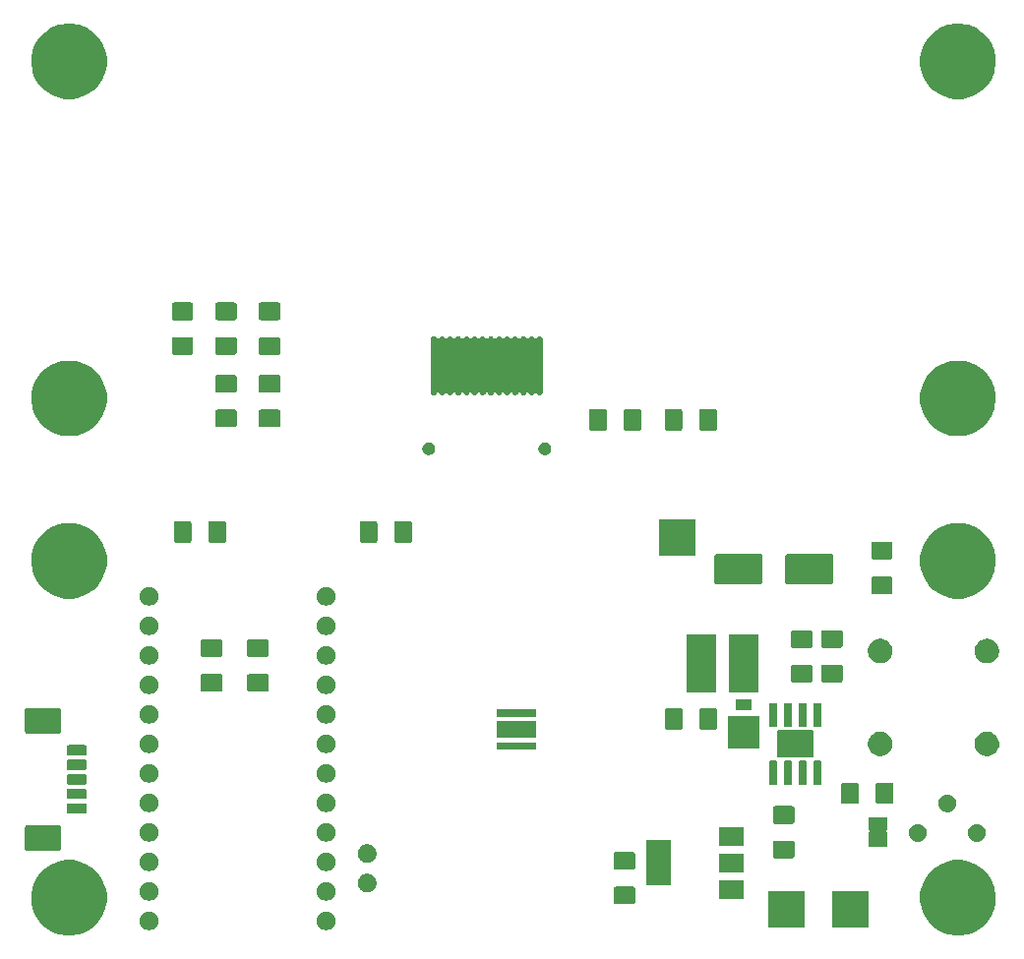
<source format=gbr>
G04 #@! TF.GenerationSoftware,KiCad,Pcbnew,(5.1.2)-2*
G04 #@! TF.CreationDate,2020-11-17T23:24:33+01:00*
G04 #@! TF.ProjectId,MieleProjectorPCB,4d69656c-6550-4726-9f6a-6563746f7250,rev?*
G04 #@! TF.SameCoordinates,Original*
G04 #@! TF.FileFunction,Soldermask,Top*
G04 #@! TF.FilePolarity,Negative*
%FSLAX46Y46*%
G04 Gerber Fmt 4.6, Leading zero omitted, Abs format (unit mm)*
G04 Created by KiCad (PCBNEW (5.1.2)-2) date 2020-11-17 23:24:33*
%MOMM*%
%LPD*%
G04 APERTURE LIST*
%ADD10C,0.100000*%
G04 APERTURE END LIST*
D10*
G36*
X109884239Y-147811467D02*
G01*
X110198282Y-147873934D01*
X110789926Y-148119001D01*
X111190073Y-148386371D01*
X111245078Y-148423124D01*
X111322392Y-148474784D01*
X111775216Y-148927608D01*
X112130999Y-149460074D01*
X112376066Y-150051718D01*
X112411408Y-150229395D01*
X112501000Y-150679803D01*
X112501000Y-151320197D01*
X112469181Y-151480163D01*
X112376066Y-151948282D01*
X112130999Y-152539926D01*
X111775216Y-153072392D01*
X111322392Y-153525216D01*
X110789926Y-153880999D01*
X110198282Y-154126066D01*
X109884239Y-154188533D01*
X109570197Y-154251000D01*
X108929803Y-154251000D01*
X108615761Y-154188533D01*
X108301718Y-154126066D01*
X107710074Y-153880999D01*
X107177608Y-153525216D01*
X106724784Y-153072392D01*
X106369001Y-152539926D01*
X106123934Y-151948282D01*
X106030819Y-151480163D01*
X105999000Y-151320197D01*
X105999000Y-150679803D01*
X106088592Y-150229395D01*
X106123934Y-150051718D01*
X106369001Y-149460074D01*
X106724784Y-148927608D01*
X107177608Y-148474784D01*
X107254923Y-148423124D01*
X107309927Y-148386371D01*
X107710074Y-148119001D01*
X108301718Y-147873934D01*
X108615761Y-147811467D01*
X108929803Y-147749000D01*
X109570197Y-147749000D01*
X109884239Y-147811467D01*
X109884239Y-147811467D01*
G37*
G36*
X33384239Y-147811467D02*
G01*
X33698282Y-147873934D01*
X34289926Y-148119001D01*
X34690073Y-148386371D01*
X34745078Y-148423124D01*
X34822392Y-148474784D01*
X35275216Y-148927608D01*
X35630999Y-149460074D01*
X35876066Y-150051718D01*
X35911408Y-150229395D01*
X36001000Y-150679803D01*
X36001000Y-151320197D01*
X35969181Y-151480163D01*
X35876066Y-151948282D01*
X35630999Y-152539926D01*
X35275216Y-153072392D01*
X34822392Y-153525216D01*
X34289926Y-153880999D01*
X33698282Y-154126066D01*
X33384239Y-154188533D01*
X33070197Y-154251000D01*
X32429803Y-154251000D01*
X32115761Y-154188533D01*
X31801718Y-154126066D01*
X31210074Y-153880999D01*
X30677608Y-153525216D01*
X30224784Y-153072392D01*
X29869001Y-152539926D01*
X29623934Y-151948282D01*
X29530819Y-151480163D01*
X29499000Y-151320197D01*
X29499000Y-150679803D01*
X29588592Y-150229395D01*
X29623934Y-150051718D01*
X29869001Y-149460074D01*
X30224784Y-148927608D01*
X30677608Y-148474784D01*
X30754923Y-148423124D01*
X30809927Y-148386371D01*
X31210074Y-148119001D01*
X31801718Y-147873934D01*
X32115761Y-147811467D01*
X32429803Y-147749000D01*
X33070197Y-147749000D01*
X33384239Y-147811467D01*
X33384239Y-147811467D01*
G37*
G36*
X39867142Y-152198242D02*
G01*
X40015101Y-152259529D01*
X40148255Y-152348499D01*
X40261501Y-152461745D01*
X40350471Y-152594899D01*
X40411758Y-152742858D01*
X40443000Y-152899925D01*
X40443000Y-153060075D01*
X40411758Y-153217142D01*
X40350471Y-153365101D01*
X40261501Y-153498255D01*
X40148255Y-153611501D01*
X40015101Y-153700471D01*
X39867142Y-153761758D01*
X39710075Y-153793000D01*
X39549925Y-153793000D01*
X39392858Y-153761758D01*
X39244899Y-153700471D01*
X39111745Y-153611501D01*
X38998499Y-153498255D01*
X38909529Y-153365101D01*
X38848242Y-153217142D01*
X38817000Y-153060075D01*
X38817000Y-152899925D01*
X38848242Y-152742858D01*
X38909529Y-152594899D01*
X38998499Y-152461745D01*
X39111745Y-152348499D01*
X39244899Y-152259529D01*
X39392858Y-152198242D01*
X39549925Y-152167000D01*
X39710075Y-152167000D01*
X39867142Y-152198242D01*
X39867142Y-152198242D01*
G37*
G36*
X55107142Y-152198242D02*
G01*
X55255101Y-152259529D01*
X55388255Y-152348499D01*
X55501501Y-152461745D01*
X55590471Y-152594899D01*
X55651758Y-152742858D01*
X55683000Y-152899925D01*
X55683000Y-153060075D01*
X55651758Y-153217142D01*
X55590471Y-153365101D01*
X55501501Y-153498255D01*
X55388255Y-153611501D01*
X55255101Y-153700471D01*
X55107142Y-153761758D01*
X54950075Y-153793000D01*
X54789925Y-153793000D01*
X54632858Y-153761758D01*
X54484899Y-153700471D01*
X54351745Y-153611501D01*
X54238499Y-153498255D01*
X54149529Y-153365101D01*
X54088242Y-153217142D01*
X54057000Y-153060075D01*
X54057000Y-152899925D01*
X54088242Y-152742858D01*
X54149529Y-152594899D01*
X54238499Y-152461745D01*
X54351745Y-152348499D01*
X54484899Y-152259529D01*
X54632858Y-152198242D01*
X54789925Y-152167000D01*
X54950075Y-152167000D01*
X55107142Y-152198242D01*
X55107142Y-152198242D01*
G37*
G36*
X101551000Y-153551000D02*
G01*
X98449000Y-153551000D01*
X98449000Y-150449000D01*
X101551000Y-150449000D01*
X101551000Y-153551000D01*
X101551000Y-153551000D01*
G37*
G36*
X96051000Y-153551000D02*
G01*
X92949000Y-153551000D01*
X92949000Y-150449000D01*
X96051000Y-150449000D01*
X96051000Y-153551000D01*
X96051000Y-153551000D01*
G37*
G36*
X81325562Y-150040681D02*
G01*
X81360481Y-150051274D01*
X81392663Y-150068476D01*
X81420873Y-150091627D01*
X81444024Y-150119837D01*
X81461226Y-150152019D01*
X81471819Y-150186938D01*
X81476000Y-150229395D01*
X81476000Y-151370605D01*
X81471819Y-151413062D01*
X81461226Y-151447981D01*
X81444024Y-151480163D01*
X81420873Y-151508373D01*
X81392663Y-151531524D01*
X81360481Y-151548726D01*
X81325562Y-151559319D01*
X81283105Y-151563500D01*
X79816895Y-151563500D01*
X79774438Y-151559319D01*
X79739519Y-151548726D01*
X79707337Y-151531524D01*
X79679127Y-151508373D01*
X79655976Y-151480163D01*
X79638774Y-151447981D01*
X79628181Y-151413062D01*
X79624000Y-151370605D01*
X79624000Y-150229395D01*
X79628181Y-150186938D01*
X79638774Y-150152019D01*
X79655976Y-150119837D01*
X79679127Y-150091627D01*
X79707337Y-150068476D01*
X79739519Y-150051274D01*
X79774438Y-150040681D01*
X79816895Y-150036500D01*
X81283105Y-150036500D01*
X81325562Y-150040681D01*
X81325562Y-150040681D01*
G37*
G36*
X55107142Y-149658242D02*
G01*
X55255101Y-149719529D01*
X55388255Y-149808499D01*
X55501501Y-149921745D01*
X55590471Y-150054899D01*
X55651758Y-150202858D01*
X55683000Y-150359925D01*
X55683000Y-150520075D01*
X55651758Y-150677142D01*
X55590471Y-150825101D01*
X55501501Y-150958255D01*
X55388255Y-151071501D01*
X55255101Y-151160471D01*
X55107142Y-151221758D01*
X54950075Y-151253000D01*
X54789925Y-151253000D01*
X54632858Y-151221758D01*
X54484899Y-151160471D01*
X54351745Y-151071501D01*
X54238499Y-150958255D01*
X54149529Y-150825101D01*
X54088242Y-150677142D01*
X54057000Y-150520075D01*
X54057000Y-150359925D01*
X54088242Y-150202858D01*
X54149529Y-150054899D01*
X54238499Y-149921745D01*
X54351745Y-149808499D01*
X54484899Y-149719529D01*
X54632858Y-149658242D01*
X54789925Y-149627000D01*
X54950075Y-149627000D01*
X55107142Y-149658242D01*
X55107142Y-149658242D01*
G37*
G36*
X39867142Y-149658242D02*
G01*
X40015101Y-149719529D01*
X40148255Y-149808499D01*
X40261501Y-149921745D01*
X40350471Y-150054899D01*
X40411758Y-150202858D01*
X40443000Y-150359925D01*
X40443000Y-150520075D01*
X40411758Y-150677142D01*
X40350471Y-150825101D01*
X40261501Y-150958255D01*
X40148255Y-151071501D01*
X40015101Y-151160471D01*
X39867142Y-151221758D01*
X39710075Y-151253000D01*
X39549925Y-151253000D01*
X39392858Y-151221758D01*
X39244899Y-151160471D01*
X39111745Y-151071501D01*
X38998499Y-150958255D01*
X38909529Y-150825101D01*
X38848242Y-150677142D01*
X38817000Y-150520075D01*
X38817000Y-150359925D01*
X38848242Y-150202858D01*
X38909529Y-150054899D01*
X38998499Y-149921745D01*
X39111745Y-149808499D01*
X39244899Y-149719529D01*
X39392858Y-149658242D01*
X39549925Y-149627000D01*
X39710075Y-149627000D01*
X39867142Y-149658242D01*
X39867142Y-149658242D01*
G37*
G36*
X90801000Y-151101000D02*
G01*
X88699000Y-151101000D01*
X88699000Y-149499000D01*
X90801000Y-149499000D01*
X90801000Y-151101000D01*
X90801000Y-151101000D01*
G37*
G36*
X58627142Y-148948242D02*
G01*
X58775101Y-149009529D01*
X58908255Y-149098499D01*
X59021501Y-149211745D01*
X59110471Y-149344899D01*
X59171758Y-149492858D01*
X59203000Y-149649925D01*
X59203000Y-149810075D01*
X59171758Y-149967142D01*
X59110471Y-150115101D01*
X59021501Y-150248255D01*
X58908255Y-150361501D01*
X58775101Y-150450471D01*
X58627142Y-150511758D01*
X58470075Y-150543000D01*
X58309925Y-150543000D01*
X58152858Y-150511758D01*
X58004899Y-150450471D01*
X57871745Y-150361501D01*
X57758499Y-150248255D01*
X57669529Y-150115101D01*
X57608242Y-149967142D01*
X57577000Y-149810075D01*
X57577000Y-149649925D01*
X57608242Y-149492858D01*
X57669529Y-149344899D01*
X57758499Y-149211745D01*
X57871745Y-149098499D01*
X58004899Y-149009529D01*
X58152858Y-148948242D01*
X58309925Y-148917000D01*
X58470075Y-148917000D01*
X58627142Y-148948242D01*
X58627142Y-148948242D01*
G37*
G36*
X84501000Y-149951000D02*
G01*
X82399000Y-149951000D01*
X82399000Y-146049000D01*
X84501000Y-146049000D01*
X84501000Y-149951000D01*
X84501000Y-149951000D01*
G37*
G36*
X90801000Y-148801000D02*
G01*
X88699000Y-148801000D01*
X88699000Y-147199000D01*
X90801000Y-147199000D01*
X90801000Y-148801000D01*
X90801000Y-148801000D01*
G37*
G36*
X55107142Y-147118242D02*
G01*
X55255101Y-147179529D01*
X55388255Y-147268499D01*
X55501501Y-147381745D01*
X55590471Y-147514899D01*
X55651758Y-147662858D01*
X55683000Y-147819925D01*
X55683000Y-147980075D01*
X55651758Y-148137142D01*
X55590471Y-148285101D01*
X55501501Y-148418255D01*
X55388255Y-148531501D01*
X55255101Y-148620471D01*
X55107142Y-148681758D01*
X54950075Y-148713000D01*
X54789925Y-148713000D01*
X54632858Y-148681758D01*
X54484899Y-148620471D01*
X54351745Y-148531501D01*
X54238499Y-148418255D01*
X54149529Y-148285101D01*
X54088242Y-148137142D01*
X54057000Y-147980075D01*
X54057000Y-147819925D01*
X54088242Y-147662858D01*
X54149529Y-147514899D01*
X54238499Y-147381745D01*
X54351745Y-147268499D01*
X54484899Y-147179529D01*
X54632858Y-147118242D01*
X54789925Y-147087000D01*
X54950075Y-147087000D01*
X55107142Y-147118242D01*
X55107142Y-147118242D01*
G37*
G36*
X39867142Y-147118242D02*
G01*
X40015101Y-147179529D01*
X40148255Y-147268499D01*
X40261501Y-147381745D01*
X40350471Y-147514899D01*
X40411758Y-147662858D01*
X40443000Y-147819925D01*
X40443000Y-147980075D01*
X40411758Y-148137142D01*
X40350471Y-148285101D01*
X40261501Y-148418255D01*
X40148255Y-148531501D01*
X40015101Y-148620471D01*
X39867142Y-148681758D01*
X39710075Y-148713000D01*
X39549925Y-148713000D01*
X39392858Y-148681758D01*
X39244899Y-148620471D01*
X39111745Y-148531501D01*
X38998499Y-148418255D01*
X38909529Y-148285101D01*
X38848242Y-148137142D01*
X38817000Y-147980075D01*
X38817000Y-147819925D01*
X38848242Y-147662858D01*
X38909529Y-147514899D01*
X38998499Y-147381745D01*
X39111745Y-147268499D01*
X39244899Y-147179529D01*
X39392858Y-147118242D01*
X39549925Y-147087000D01*
X39710075Y-147087000D01*
X39867142Y-147118242D01*
X39867142Y-147118242D01*
G37*
G36*
X81325562Y-147065681D02*
G01*
X81360481Y-147076274D01*
X81392663Y-147093476D01*
X81420873Y-147116627D01*
X81444024Y-147144837D01*
X81461226Y-147177019D01*
X81471819Y-147211938D01*
X81476000Y-147254395D01*
X81476000Y-148395605D01*
X81471819Y-148438062D01*
X81461226Y-148472981D01*
X81444024Y-148505163D01*
X81420873Y-148533373D01*
X81392663Y-148556524D01*
X81360481Y-148573726D01*
X81325562Y-148584319D01*
X81283105Y-148588500D01*
X79816895Y-148588500D01*
X79774438Y-148584319D01*
X79739519Y-148573726D01*
X79707337Y-148556524D01*
X79679127Y-148533373D01*
X79655976Y-148505163D01*
X79638774Y-148472981D01*
X79628181Y-148438062D01*
X79624000Y-148395605D01*
X79624000Y-147254395D01*
X79628181Y-147211938D01*
X79638774Y-147177019D01*
X79655976Y-147144837D01*
X79679127Y-147116627D01*
X79707337Y-147093476D01*
X79739519Y-147076274D01*
X79774438Y-147065681D01*
X79816895Y-147061500D01*
X81283105Y-147061500D01*
X81325562Y-147065681D01*
X81325562Y-147065681D01*
G37*
G36*
X58627142Y-146408242D02*
G01*
X58775101Y-146469529D01*
X58908255Y-146558499D01*
X59021501Y-146671745D01*
X59110471Y-146804899D01*
X59171758Y-146952858D01*
X59203000Y-147109925D01*
X59203000Y-147270075D01*
X59171758Y-147427142D01*
X59110471Y-147575101D01*
X59021501Y-147708255D01*
X58908255Y-147821501D01*
X58775101Y-147910471D01*
X58627142Y-147971758D01*
X58470075Y-148003000D01*
X58309925Y-148003000D01*
X58152858Y-147971758D01*
X58004899Y-147910471D01*
X57871745Y-147821501D01*
X57758499Y-147708255D01*
X57669529Y-147575101D01*
X57608242Y-147427142D01*
X57577000Y-147270075D01*
X57577000Y-147109925D01*
X57608242Y-146952858D01*
X57669529Y-146804899D01*
X57758499Y-146671745D01*
X57871745Y-146558499D01*
X58004899Y-146469529D01*
X58152858Y-146408242D01*
X58309925Y-146377000D01*
X58470075Y-146377000D01*
X58627142Y-146408242D01*
X58627142Y-146408242D01*
G37*
G36*
X95025562Y-146078181D02*
G01*
X95060481Y-146088774D01*
X95092663Y-146105976D01*
X95120873Y-146129127D01*
X95144024Y-146157337D01*
X95161226Y-146189519D01*
X95171819Y-146224438D01*
X95176000Y-146266895D01*
X95176000Y-147408105D01*
X95171819Y-147450562D01*
X95161226Y-147485481D01*
X95144024Y-147517663D01*
X95120873Y-147545873D01*
X95092663Y-147569024D01*
X95060481Y-147586226D01*
X95025562Y-147596819D01*
X94983105Y-147601000D01*
X93516895Y-147601000D01*
X93474438Y-147596819D01*
X93439519Y-147586226D01*
X93407337Y-147569024D01*
X93379127Y-147545873D01*
X93355976Y-147517663D01*
X93338774Y-147485481D01*
X93328181Y-147450562D01*
X93324000Y-147408105D01*
X93324000Y-146266895D01*
X93328181Y-146224438D01*
X93338774Y-146189519D01*
X93355976Y-146157337D01*
X93379127Y-146129127D01*
X93407337Y-146105976D01*
X93439519Y-146088774D01*
X93474438Y-146078181D01*
X93516895Y-146074000D01*
X94983105Y-146074000D01*
X95025562Y-146078181D01*
X95025562Y-146078181D01*
G37*
G36*
X31916536Y-144752800D02*
G01*
X31947738Y-144762265D01*
X31976486Y-144777631D01*
X32001687Y-144798313D01*
X32022369Y-144823514D01*
X32037735Y-144852262D01*
X32047200Y-144883464D01*
X32051000Y-144922046D01*
X32051000Y-146777954D01*
X32047200Y-146816536D01*
X32037735Y-146847738D01*
X32022369Y-146876486D01*
X32001687Y-146901687D01*
X31976486Y-146922369D01*
X31947738Y-146937735D01*
X31916536Y-146947200D01*
X31877954Y-146951000D01*
X29122046Y-146951000D01*
X29083464Y-146947200D01*
X29052262Y-146937735D01*
X29023514Y-146922369D01*
X28998313Y-146901687D01*
X28977631Y-146876486D01*
X28962265Y-146847738D01*
X28952800Y-146816536D01*
X28949000Y-146777954D01*
X28949000Y-144922046D01*
X28952800Y-144883464D01*
X28962265Y-144852262D01*
X28977631Y-144823514D01*
X28998313Y-144798313D01*
X29023514Y-144777631D01*
X29052262Y-144762265D01*
X29083464Y-144752800D01*
X29122046Y-144749000D01*
X31877954Y-144749000D01*
X31916536Y-144752800D01*
X31916536Y-144752800D01*
G37*
G36*
X103109999Y-144074737D02*
G01*
X103119608Y-144077652D01*
X103128472Y-144082390D01*
X103136237Y-144088763D01*
X103142610Y-144096528D01*
X103147348Y-144105392D01*
X103150263Y-144115001D01*
X103151852Y-144131140D01*
X103151852Y-145118860D01*
X103150263Y-145134999D01*
X103147348Y-145144608D01*
X103142610Y-145153472D01*
X103136258Y-145161212D01*
X103136237Y-145161237D01*
X103128427Y-145167640D01*
X103128372Y-145167677D01*
X103118853Y-145175480D01*
X103118878Y-145175511D01*
X103105028Y-145186853D01*
X103089463Y-145205779D01*
X103077889Y-145227377D01*
X103070751Y-145250819D01*
X103068324Y-145275202D01*
X103070700Y-145299591D01*
X103077789Y-145323047D01*
X103089318Y-145344670D01*
X103104843Y-145363628D01*
X103123769Y-145379193D01*
X103126825Y-145381029D01*
X103128514Y-145382418D01*
X103128516Y-145382419D01*
X103134712Y-145387515D01*
X103136274Y-145388800D01*
X103142642Y-145396575D01*
X103145791Y-145402483D01*
X103147367Y-145405438D01*
X103150257Y-145415001D01*
X103150282Y-145415085D01*
X103151852Y-145431113D01*
X103151852Y-146568860D01*
X103150263Y-146584999D01*
X103147348Y-146594608D01*
X103142610Y-146603472D01*
X103136237Y-146611237D01*
X103128472Y-146617610D01*
X103119608Y-146622348D01*
X103109999Y-146625263D01*
X103093860Y-146626852D01*
X101606140Y-146626852D01*
X101590001Y-146625263D01*
X101580392Y-146622348D01*
X101571528Y-146617610D01*
X101563763Y-146611237D01*
X101557390Y-146603472D01*
X101552652Y-146594608D01*
X101549737Y-146584999D01*
X101548148Y-146568860D01*
X101548148Y-145431140D01*
X101549737Y-145415001D01*
X101552652Y-145405392D01*
X101557390Y-145396528D01*
X101563763Y-145388763D01*
X101576737Y-145378116D01*
X101585968Y-145371947D01*
X101603294Y-145354619D01*
X101616907Y-145334244D01*
X101626283Y-145311605D01*
X101631063Y-145287572D01*
X101631062Y-145263068D01*
X101626280Y-145239035D01*
X101616902Y-145216396D01*
X101603287Y-145196022D01*
X101585959Y-145178696D01*
X101576683Y-145171825D01*
X101563800Y-145161274D01*
X101562668Y-145159897D01*
X101557419Y-145153516D01*
X101552674Y-145144661D01*
X101551749Y-145141623D01*
X101549758Y-145135085D01*
X101549758Y-145135082D01*
X101549748Y-145135050D01*
X101548753Y-145125000D01*
X101548753Y-145124935D01*
X101548148Y-145118825D01*
X101548148Y-144131140D01*
X101549737Y-144115001D01*
X101552652Y-144105392D01*
X101557390Y-144096528D01*
X101563763Y-144088763D01*
X101571528Y-144082390D01*
X101580392Y-144077652D01*
X101590001Y-144074737D01*
X101606140Y-144073148D01*
X103093860Y-144073148D01*
X103109999Y-144074737D01*
X103109999Y-144074737D01*
G37*
G36*
X90801000Y-146501000D02*
G01*
X88699000Y-146501000D01*
X88699000Y-144899000D01*
X90801000Y-144899000D01*
X90801000Y-146501000D01*
X90801000Y-146501000D01*
G37*
G36*
X55107142Y-144578242D02*
G01*
X55255101Y-144639529D01*
X55388255Y-144728499D01*
X55501501Y-144841745D01*
X55590471Y-144974899D01*
X55651758Y-145122858D01*
X55683000Y-145279925D01*
X55683000Y-145440075D01*
X55651758Y-145597142D01*
X55590471Y-145745101D01*
X55501501Y-145878255D01*
X55388255Y-145991501D01*
X55255101Y-146080471D01*
X55107142Y-146141758D01*
X54950075Y-146173000D01*
X54789925Y-146173000D01*
X54632858Y-146141758D01*
X54484899Y-146080471D01*
X54351745Y-145991501D01*
X54238499Y-145878255D01*
X54149529Y-145745101D01*
X54088242Y-145597142D01*
X54057000Y-145440075D01*
X54057000Y-145279925D01*
X54088242Y-145122858D01*
X54149529Y-144974899D01*
X54238499Y-144841745D01*
X54351745Y-144728499D01*
X54484899Y-144639529D01*
X54632858Y-144578242D01*
X54789925Y-144547000D01*
X54950075Y-144547000D01*
X55107142Y-144578242D01*
X55107142Y-144578242D01*
G37*
G36*
X39867142Y-144578242D02*
G01*
X40015101Y-144639529D01*
X40148255Y-144728499D01*
X40261501Y-144841745D01*
X40350471Y-144974899D01*
X40411758Y-145122858D01*
X40443000Y-145279925D01*
X40443000Y-145440075D01*
X40411758Y-145597142D01*
X40350471Y-145745101D01*
X40261501Y-145878255D01*
X40148255Y-145991501D01*
X40015101Y-146080471D01*
X39867142Y-146141758D01*
X39710075Y-146173000D01*
X39549925Y-146173000D01*
X39392858Y-146141758D01*
X39244899Y-146080471D01*
X39111745Y-145991501D01*
X38998499Y-145878255D01*
X38909529Y-145745101D01*
X38848242Y-145597142D01*
X38817000Y-145440075D01*
X38817000Y-145279925D01*
X38848242Y-145122858D01*
X38909529Y-144974899D01*
X38998499Y-144841745D01*
X39111745Y-144728499D01*
X39244899Y-144639529D01*
X39392858Y-144578242D01*
X39549925Y-144547000D01*
X39710075Y-144547000D01*
X39867142Y-144578242D01*
X39867142Y-144578242D01*
G37*
G36*
X105925589Y-144638876D02*
G01*
X106024893Y-144658629D01*
X106165206Y-144716748D01*
X106291484Y-144801125D01*
X106398875Y-144908516D01*
X106483252Y-145034794D01*
X106541371Y-145175107D01*
X106571000Y-145324063D01*
X106571000Y-145475937D01*
X106541371Y-145624893D01*
X106483252Y-145765206D01*
X106398875Y-145891484D01*
X106291484Y-145998875D01*
X106165206Y-146083252D01*
X106024893Y-146141371D01*
X105944626Y-146157337D01*
X105875938Y-146171000D01*
X105724062Y-146171000D01*
X105655374Y-146157337D01*
X105575107Y-146141371D01*
X105434794Y-146083252D01*
X105308516Y-145998875D01*
X105201125Y-145891484D01*
X105116748Y-145765206D01*
X105058629Y-145624893D01*
X105029000Y-145475937D01*
X105029000Y-145324063D01*
X105058629Y-145175107D01*
X105116748Y-145034794D01*
X105201125Y-144908516D01*
X105308516Y-144801125D01*
X105434794Y-144716748D01*
X105575107Y-144658629D01*
X105674411Y-144638876D01*
X105724062Y-144629000D01*
X105875938Y-144629000D01*
X105925589Y-144638876D01*
X105925589Y-144638876D01*
G37*
G36*
X111005589Y-144638876D02*
G01*
X111104893Y-144658629D01*
X111245206Y-144716748D01*
X111371484Y-144801125D01*
X111478875Y-144908516D01*
X111563252Y-145034794D01*
X111621371Y-145175107D01*
X111651000Y-145324063D01*
X111651000Y-145475937D01*
X111621371Y-145624893D01*
X111563252Y-145765206D01*
X111478875Y-145891484D01*
X111371484Y-145998875D01*
X111245206Y-146083252D01*
X111104893Y-146141371D01*
X111024626Y-146157337D01*
X110955938Y-146171000D01*
X110804062Y-146171000D01*
X110735374Y-146157337D01*
X110655107Y-146141371D01*
X110514794Y-146083252D01*
X110388516Y-145998875D01*
X110281125Y-145891484D01*
X110196748Y-145765206D01*
X110138629Y-145624893D01*
X110109000Y-145475937D01*
X110109000Y-145324063D01*
X110138629Y-145175107D01*
X110196748Y-145034794D01*
X110281125Y-144908516D01*
X110388516Y-144801125D01*
X110514794Y-144716748D01*
X110655107Y-144658629D01*
X110754411Y-144638876D01*
X110804062Y-144629000D01*
X110955938Y-144629000D01*
X111005589Y-144638876D01*
X111005589Y-144638876D01*
G37*
G36*
X95025562Y-143103181D02*
G01*
X95060481Y-143113774D01*
X95092663Y-143130976D01*
X95120873Y-143154127D01*
X95144024Y-143182337D01*
X95161226Y-143214519D01*
X95171819Y-143249438D01*
X95176000Y-143291895D01*
X95176000Y-144433105D01*
X95171819Y-144475562D01*
X95161226Y-144510481D01*
X95144024Y-144542663D01*
X95120873Y-144570873D01*
X95092663Y-144594024D01*
X95060481Y-144611226D01*
X95025562Y-144621819D01*
X94983105Y-144626000D01*
X93516895Y-144626000D01*
X93474438Y-144621819D01*
X93439519Y-144611226D01*
X93407337Y-144594024D01*
X93379127Y-144570873D01*
X93355976Y-144542663D01*
X93338774Y-144510481D01*
X93328181Y-144475562D01*
X93324000Y-144433105D01*
X93324000Y-143291895D01*
X93328181Y-143249438D01*
X93338774Y-143214519D01*
X93355976Y-143182337D01*
X93379127Y-143154127D01*
X93407337Y-143130976D01*
X93439519Y-143113774D01*
X93474438Y-143103181D01*
X93516895Y-143099000D01*
X94983105Y-143099000D01*
X95025562Y-143103181D01*
X95025562Y-143103181D01*
G37*
G36*
X34119683Y-142852725D02*
G01*
X34150143Y-142861966D01*
X34178223Y-142876974D01*
X34202831Y-142897169D01*
X34223026Y-142921777D01*
X34238034Y-142949857D01*
X34247275Y-142980317D01*
X34251000Y-143018140D01*
X34251000Y-143581860D01*
X34247275Y-143619683D01*
X34238034Y-143650143D01*
X34223026Y-143678223D01*
X34202831Y-143702831D01*
X34178223Y-143723026D01*
X34150143Y-143738034D01*
X34119683Y-143747275D01*
X34081860Y-143751000D01*
X32718140Y-143751000D01*
X32680317Y-143747275D01*
X32649857Y-143738034D01*
X32621777Y-143723026D01*
X32597169Y-143702831D01*
X32576974Y-143678223D01*
X32561966Y-143650143D01*
X32552725Y-143619683D01*
X32549000Y-143581860D01*
X32549000Y-143018140D01*
X32552725Y-142980317D01*
X32561966Y-142949857D01*
X32576974Y-142921777D01*
X32597169Y-142897169D01*
X32621777Y-142876974D01*
X32649857Y-142861966D01*
X32680317Y-142852725D01*
X32718140Y-142849000D01*
X34081860Y-142849000D01*
X34119683Y-142852725D01*
X34119683Y-142852725D01*
G37*
G36*
X55107142Y-142038242D02*
G01*
X55255101Y-142099529D01*
X55388255Y-142188499D01*
X55501501Y-142301745D01*
X55590471Y-142434899D01*
X55651758Y-142582858D01*
X55683000Y-142739925D01*
X55683000Y-142900075D01*
X55651758Y-143057142D01*
X55590471Y-143205101D01*
X55501501Y-143338255D01*
X55388255Y-143451501D01*
X55255101Y-143540471D01*
X55107142Y-143601758D01*
X54950075Y-143633000D01*
X54789925Y-143633000D01*
X54632858Y-143601758D01*
X54484899Y-143540471D01*
X54351745Y-143451501D01*
X54238499Y-143338255D01*
X54149529Y-143205101D01*
X54088242Y-143057142D01*
X54057000Y-142900075D01*
X54057000Y-142739925D01*
X54088242Y-142582858D01*
X54149529Y-142434899D01*
X54238499Y-142301745D01*
X54351745Y-142188499D01*
X54484899Y-142099529D01*
X54632858Y-142038242D01*
X54789925Y-142007000D01*
X54950075Y-142007000D01*
X55107142Y-142038242D01*
X55107142Y-142038242D01*
G37*
G36*
X39867142Y-142038242D02*
G01*
X40015101Y-142099529D01*
X40148255Y-142188499D01*
X40261501Y-142301745D01*
X40350471Y-142434899D01*
X40411758Y-142582858D01*
X40443000Y-142739925D01*
X40443000Y-142900075D01*
X40411758Y-143057142D01*
X40350471Y-143205101D01*
X40261501Y-143338255D01*
X40148255Y-143451501D01*
X40015101Y-143540471D01*
X39867142Y-143601758D01*
X39710075Y-143633000D01*
X39549925Y-143633000D01*
X39392858Y-143601758D01*
X39244899Y-143540471D01*
X39111745Y-143451501D01*
X38998499Y-143338255D01*
X38909529Y-143205101D01*
X38848242Y-143057142D01*
X38817000Y-142900075D01*
X38817000Y-142739925D01*
X38848242Y-142582858D01*
X38909529Y-142434899D01*
X38998499Y-142301745D01*
X39111745Y-142188499D01*
X39244899Y-142099529D01*
X39392858Y-142038242D01*
X39549925Y-142007000D01*
X39710075Y-142007000D01*
X39867142Y-142038242D01*
X39867142Y-142038242D01*
G37*
G36*
X108465589Y-142098876D02*
G01*
X108564893Y-142118629D01*
X108705206Y-142176748D01*
X108831484Y-142261125D01*
X108938875Y-142368516D01*
X109023252Y-142494794D01*
X109081371Y-142635107D01*
X109111000Y-142784063D01*
X109111000Y-142935937D01*
X109081371Y-143084893D01*
X109023252Y-143225206D01*
X108938875Y-143351484D01*
X108831484Y-143458875D01*
X108705206Y-143543252D01*
X108564893Y-143601371D01*
X108472832Y-143619683D01*
X108415938Y-143631000D01*
X108264062Y-143631000D01*
X108207168Y-143619683D01*
X108115107Y-143601371D01*
X107974794Y-143543252D01*
X107848516Y-143458875D01*
X107741125Y-143351484D01*
X107656748Y-143225206D01*
X107598629Y-143084893D01*
X107569000Y-142935937D01*
X107569000Y-142784063D01*
X107598629Y-142635107D01*
X107656748Y-142494794D01*
X107741125Y-142368516D01*
X107848516Y-142261125D01*
X107974794Y-142176748D01*
X108115107Y-142118629D01*
X108214411Y-142098876D01*
X108264062Y-142089000D01*
X108415938Y-142089000D01*
X108465589Y-142098876D01*
X108465589Y-142098876D01*
G37*
G36*
X103550562Y-141078181D02*
G01*
X103585481Y-141088774D01*
X103617663Y-141105976D01*
X103645873Y-141129127D01*
X103669024Y-141157337D01*
X103686226Y-141189519D01*
X103696819Y-141224438D01*
X103701000Y-141266895D01*
X103701000Y-142733105D01*
X103696819Y-142775562D01*
X103686226Y-142810481D01*
X103669024Y-142842663D01*
X103645873Y-142870873D01*
X103617663Y-142894024D01*
X103585481Y-142911226D01*
X103550562Y-142921819D01*
X103508105Y-142926000D01*
X102366895Y-142926000D01*
X102324438Y-142921819D01*
X102289519Y-142911226D01*
X102257337Y-142894024D01*
X102229127Y-142870873D01*
X102205976Y-142842663D01*
X102188774Y-142810481D01*
X102178181Y-142775562D01*
X102174000Y-142733105D01*
X102174000Y-141266895D01*
X102178181Y-141224438D01*
X102188774Y-141189519D01*
X102205976Y-141157337D01*
X102229127Y-141129127D01*
X102257337Y-141105976D01*
X102289519Y-141088774D01*
X102324438Y-141078181D01*
X102366895Y-141074000D01*
X103508105Y-141074000D01*
X103550562Y-141078181D01*
X103550562Y-141078181D01*
G37*
G36*
X100575562Y-141078181D02*
G01*
X100610481Y-141088774D01*
X100642663Y-141105976D01*
X100670873Y-141129127D01*
X100694024Y-141157337D01*
X100711226Y-141189519D01*
X100721819Y-141224438D01*
X100726000Y-141266895D01*
X100726000Y-142733105D01*
X100721819Y-142775562D01*
X100711226Y-142810481D01*
X100694024Y-142842663D01*
X100670873Y-142870873D01*
X100642663Y-142894024D01*
X100610481Y-142911226D01*
X100575562Y-142921819D01*
X100533105Y-142926000D01*
X99391895Y-142926000D01*
X99349438Y-142921819D01*
X99314519Y-142911226D01*
X99282337Y-142894024D01*
X99254127Y-142870873D01*
X99230976Y-142842663D01*
X99213774Y-142810481D01*
X99203181Y-142775562D01*
X99199000Y-142733105D01*
X99199000Y-141266895D01*
X99203181Y-141224438D01*
X99213774Y-141189519D01*
X99230976Y-141157337D01*
X99254127Y-141129127D01*
X99282337Y-141105976D01*
X99314519Y-141088774D01*
X99349438Y-141078181D01*
X99391895Y-141074000D01*
X100533105Y-141074000D01*
X100575562Y-141078181D01*
X100575562Y-141078181D01*
G37*
G36*
X34119683Y-141602725D02*
G01*
X34150143Y-141611966D01*
X34178223Y-141626974D01*
X34202831Y-141647169D01*
X34223026Y-141671777D01*
X34238034Y-141699857D01*
X34247275Y-141730317D01*
X34251000Y-141768140D01*
X34251000Y-142331860D01*
X34247275Y-142369683D01*
X34238034Y-142400143D01*
X34223026Y-142428223D01*
X34202831Y-142452831D01*
X34178223Y-142473026D01*
X34150143Y-142488034D01*
X34119683Y-142497275D01*
X34081860Y-142501000D01*
X32718140Y-142501000D01*
X32680317Y-142497275D01*
X32649857Y-142488034D01*
X32621777Y-142473026D01*
X32597169Y-142452831D01*
X32576974Y-142428223D01*
X32561966Y-142400143D01*
X32552725Y-142369683D01*
X32549000Y-142331860D01*
X32549000Y-141768140D01*
X32552725Y-141730317D01*
X32561966Y-141699857D01*
X32576974Y-141671777D01*
X32597169Y-141647169D01*
X32621777Y-141626974D01*
X32649857Y-141611966D01*
X32680317Y-141602725D01*
X32718140Y-141599000D01*
X34081860Y-141599000D01*
X34119683Y-141602725D01*
X34119683Y-141602725D01*
G37*
G36*
X97414928Y-139201764D02*
G01*
X97436009Y-139208160D01*
X97455445Y-139218548D01*
X97472476Y-139232524D01*
X97486452Y-139249555D01*
X97496840Y-139268991D01*
X97503236Y-139290072D01*
X97506000Y-139318140D01*
X97506000Y-141131860D01*
X97503236Y-141159928D01*
X97496840Y-141181009D01*
X97486452Y-141200445D01*
X97472476Y-141217476D01*
X97455445Y-141231452D01*
X97436009Y-141241840D01*
X97414928Y-141248236D01*
X97386860Y-141251000D01*
X96923140Y-141251000D01*
X96895072Y-141248236D01*
X96873991Y-141241840D01*
X96854555Y-141231452D01*
X96837524Y-141217476D01*
X96823548Y-141200445D01*
X96813160Y-141181009D01*
X96806764Y-141159928D01*
X96804000Y-141131860D01*
X96804000Y-139318140D01*
X96806764Y-139290072D01*
X96813160Y-139268991D01*
X96823548Y-139249555D01*
X96837524Y-139232524D01*
X96854555Y-139218548D01*
X96873991Y-139208160D01*
X96895072Y-139201764D01*
X96923140Y-139199000D01*
X97386860Y-139199000D01*
X97414928Y-139201764D01*
X97414928Y-139201764D01*
G37*
G36*
X96144928Y-139201764D02*
G01*
X96166009Y-139208160D01*
X96185445Y-139218548D01*
X96202476Y-139232524D01*
X96216452Y-139249555D01*
X96226840Y-139268991D01*
X96233236Y-139290072D01*
X96236000Y-139318140D01*
X96236000Y-141131860D01*
X96233236Y-141159928D01*
X96226840Y-141181009D01*
X96216452Y-141200445D01*
X96202476Y-141217476D01*
X96185445Y-141231452D01*
X96166009Y-141241840D01*
X96144928Y-141248236D01*
X96116860Y-141251000D01*
X95653140Y-141251000D01*
X95625072Y-141248236D01*
X95603991Y-141241840D01*
X95584555Y-141231452D01*
X95567524Y-141217476D01*
X95553548Y-141200445D01*
X95543160Y-141181009D01*
X95536764Y-141159928D01*
X95534000Y-141131860D01*
X95534000Y-139318140D01*
X95536764Y-139290072D01*
X95543160Y-139268991D01*
X95553548Y-139249555D01*
X95567524Y-139232524D01*
X95584555Y-139218548D01*
X95603991Y-139208160D01*
X95625072Y-139201764D01*
X95653140Y-139199000D01*
X96116860Y-139199000D01*
X96144928Y-139201764D01*
X96144928Y-139201764D01*
G37*
G36*
X34119683Y-140352725D02*
G01*
X34150143Y-140361966D01*
X34178223Y-140376974D01*
X34202831Y-140397169D01*
X34223026Y-140421777D01*
X34238034Y-140449857D01*
X34247275Y-140480317D01*
X34251000Y-140518140D01*
X34251000Y-141081860D01*
X34247275Y-141119683D01*
X34238034Y-141150143D01*
X34223026Y-141178223D01*
X34202831Y-141202831D01*
X34178223Y-141223026D01*
X34150143Y-141238034D01*
X34119683Y-141247275D01*
X34081860Y-141251000D01*
X32718140Y-141251000D01*
X32680317Y-141247275D01*
X32649857Y-141238034D01*
X32621777Y-141223026D01*
X32597169Y-141202831D01*
X32576974Y-141178223D01*
X32561966Y-141150143D01*
X32552725Y-141119683D01*
X32549000Y-141081860D01*
X32549000Y-140518140D01*
X32552725Y-140480317D01*
X32561966Y-140449857D01*
X32576974Y-140421777D01*
X32597169Y-140397169D01*
X32621777Y-140376974D01*
X32649857Y-140361966D01*
X32680317Y-140352725D01*
X32718140Y-140349000D01*
X34081860Y-140349000D01*
X34119683Y-140352725D01*
X34119683Y-140352725D01*
G37*
G36*
X94874928Y-139201764D02*
G01*
X94896009Y-139208160D01*
X94915445Y-139218548D01*
X94932476Y-139232524D01*
X94946452Y-139249555D01*
X94956840Y-139268991D01*
X94963236Y-139290072D01*
X94966000Y-139318140D01*
X94966000Y-141131860D01*
X94963236Y-141159928D01*
X94956840Y-141181009D01*
X94946452Y-141200445D01*
X94932476Y-141217476D01*
X94915445Y-141231452D01*
X94896009Y-141241840D01*
X94874928Y-141248236D01*
X94846860Y-141251000D01*
X94383140Y-141251000D01*
X94355072Y-141248236D01*
X94333991Y-141241840D01*
X94314555Y-141231452D01*
X94297524Y-141217476D01*
X94283548Y-141200445D01*
X94273160Y-141181009D01*
X94266764Y-141159928D01*
X94264000Y-141131860D01*
X94264000Y-139318140D01*
X94266764Y-139290072D01*
X94273160Y-139268991D01*
X94283548Y-139249555D01*
X94297524Y-139232524D01*
X94314555Y-139218548D01*
X94333991Y-139208160D01*
X94355072Y-139201764D01*
X94383140Y-139199000D01*
X94846860Y-139199000D01*
X94874928Y-139201764D01*
X94874928Y-139201764D01*
G37*
G36*
X93604928Y-139201764D02*
G01*
X93626009Y-139208160D01*
X93645445Y-139218548D01*
X93662476Y-139232524D01*
X93676452Y-139249555D01*
X93686840Y-139268991D01*
X93693236Y-139290072D01*
X93696000Y-139318140D01*
X93696000Y-141131860D01*
X93693236Y-141159928D01*
X93686840Y-141181009D01*
X93676452Y-141200445D01*
X93662476Y-141217476D01*
X93645445Y-141231452D01*
X93626009Y-141241840D01*
X93604928Y-141248236D01*
X93576860Y-141251000D01*
X93113140Y-141251000D01*
X93085072Y-141248236D01*
X93063991Y-141241840D01*
X93044555Y-141231452D01*
X93027524Y-141217476D01*
X93013548Y-141200445D01*
X93003160Y-141181009D01*
X92996764Y-141159928D01*
X92994000Y-141131860D01*
X92994000Y-139318140D01*
X92996764Y-139290072D01*
X93003160Y-139268991D01*
X93013548Y-139249555D01*
X93027524Y-139232524D01*
X93044555Y-139218548D01*
X93063991Y-139208160D01*
X93085072Y-139201764D01*
X93113140Y-139199000D01*
X93576860Y-139199000D01*
X93604928Y-139201764D01*
X93604928Y-139201764D01*
G37*
G36*
X39867142Y-139498242D02*
G01*
X40015101Y-139559529D01*
X40148255Y-139648499D01*
X40261501Y-139761745D01*
X40350471Y-139894899D01*
X40411758Y-140042858D01*
X40443000Y-140199925D01*
X40443000Y-140360075D01*
X40411758Y-140517142D01*
X40350471Y-140665101D01*
X40261501Y-140798255D01*
X40148255Y-140911501D01*
X40015101Y-141000471D01*
X39867142Y-141061758D01*
X39710075Y-141093000D01*
X39549925Y-141093000D01*
X39392858Y-141061758D01*
X39244899Y-141000471D01*
X39111745Y-140911501D01*
X38998499Y-140798255D01*
X38909529Y-140665101D01*
X38848242Y-140517142D01*
X38817000Y-140360075D01*
X38817000Y-140199925D01*
X38848242Y-140042858D01*
X38909529Y-139894899D01*
X38998499Y-139761745D01*
X39111745Y-139648499D01*
X39244899Y-139559529D01*
X39392858Y-139498242D01*
X39549925Y-139467000D01*
X39710075Y-139467000D01*
X39867142Y-139498242D01*
X39867142Y-139498242D01*
G37*
G36*
X55107142Y-139498242D02*
G01*
X55255101Y-139559529D01*
X55388255Y-139648499D01*
X55501501Y-139761745D01*
X55590471Y-139894899D01*
X55651758Y-140042858D01*
X55683000Y-140199925D01*
X55683000Y-140360075D01*
X55651758Y-140517142D01*
X55590471Y-140665101D01*
X55501501Y-140798255D01*
X55388255Y-140911501D01*
X55255101Y-141000471D01*
X55107142Y-141061758D01*
X54950075Y-141093000D01*
X54789925Y-141093000D01*
X54632858Y-141061758D01*
X54484899Y-141000471D01*
X54351745Y-140911501D01*
X54238499Y-140798255D01*
X54149529Y-140665101D01*
X54088242Y-140517142D01*
X54057000Y-140360075D01*
X54057000Y-140199925D01*
X54088242Y-140042858D01*
X54149529Y-139894899D01*
X54238499Y-139761745D01*
X54351745Y-139648499D01*
X54484899Y-139559529D01*
X54632858Y-139498242D01*
X54789925Y-139467000D01*
X54950075Y-139467000D01*
X55107142Y-139498242D01*
X55107142Y-139498242D01*
G37*
G36*
X34119683Y-139102725D02*
G01*
X34150143Y-139111966D01*
X34178223Y-139126974D01*
X34202831Y-139147169D01*
X34223026Y-139171777D01*
X34238034Y-139199857D01*
X34247275Y-139230317D01*
X34251000Y-139268140D01*
X34251000Y-139831860D01*
X34247275Y-139869683D01*
X34238034Y-139900143D01*
X34223026Y-139928223D01*
X34202831Y-139952831D01*
X34178223Y-139973026D01*
X34150143Y-139988034D01*
X34119683Y-139997275D01*
X34081860Y-140001000D01*
X32718140Y-140001000D01*
X32680317Y-139997275D01*
X32649857Y-139988034D01*
X32621777Y-139973026D01*
X32597169Y-139952831D01*
X32576974Y-139928223D01*
X32561966Y-139900143D01*
X32552725Y-139869683D01*
X32549000Y-139831860D01*
X32549000Y-139268140D01*
X32552725Y-139230317D01*
X32561966Y-139199857D01*
X32576974Y-139171777D01*
X32597169Y-139147169D01*
X32621777Y-139126974D01*
X32649857Y-139111966D01*
X32680317Y-139102725D01*
X32718140Y-139099000D01*
X34081860Y-139099000D01*
X34119683Y-139102725D01*
X34119683Y-139102725D01*
G37*
G36*
X96669336Y-136557733D02*
G01*
X96699883Y-136566999D01*
X96728033Y-136582046D01*
X96752706Y-136602294D01*
X96772954Y-136626967D01*
X96788001Y-136655117D01*
X96797267Y-136685664D01*
X96801000Y-136723567D01*
X96801000Y-138776433D01*
X96797267Y-138814336D01*
X96788001Y-138844883D01*
X96772954Y-138873033D01*
X96752706Y-138897706D01*
X96728033Y-138917954D01*
X96699883Y-138933001D01*
X96669336Y-138942267D01*
X96631433Y-138946000D01*
X93868567Y-138946000D01*
X93830664Y-138942267D01*
X93800117Y-138933001D01*
X93771967Y-138917954D01*
X93747294Y-138897706D01*
X93727046Y-138873033D01*
X93711999Y-138844883D01*
X93702733Y-138814336D01*
X93699000Y-138776433D01*
X93699000Y-136723567D01*
X93702733Y-136685664D01*
X93711999Y-136655117D01*
X93727046Y-136626967D01*
X93747294Y-136602294D01*
X93771967Y-136582046D01*
X93800117Y-136566999D01*
X93830664Y-136557733D01*
X93868567Y-136554000D01*
X96631433Y-136554000D01*
X96669336Y-136557733D01*
X96669336Y-136557733D01*
G37*
G36*
X111989632Y-136722711D02*
G01*
X112057528Y-136736216D01*
X112249398Y-136815692D01*
X112422077Y-136931072D01*
X112568928Y-137077923D01*
X112589358Y-137108499D01*
X112684309Y-137250604D01*
X112763784Y-137442473D01*
X112804300Y-137646159D01*
X112804300Y-137853841D01*
X112779142Y-137980317D01*
X112763784Y-138057528D01*
X112684308Y-138249398D01*
X112568928Y-138422077D01*
X112422077Y-138568928D01*
X112249398Y-138684308D01*
X112057528Y-138763784D01*
X111993937Y-138776433D01*
X111853841Y-138804300D01*
X111646159Y-138804300D01*
X111506063Y-138776433D01*
X111442472Y-138763784D01*
X111250602Y-138684308D01*
X111077923Y-138568928D01*
X110931072Y-138422077D01*
X110815692Y-138249398D01*
X110736216Y-138057528D01*
X110720858Y-137980317D01*
X110695700Y-137853841D01*
X110695700Y-137646159D01*
X110736216Y-137442473D01*
X110815691Y-137250604D01*
X110910642Y-137108499D01*
X110931072Y-137077923D01*
X111077923Y-136931072D01*
X111250602Y-136815692D01*
X111442472Y-136736216D01*
X111510368Y-136722711D01*
X111646159Y-136695700D01*
X111853841Y-136695700D01*
X111989632Y-136722711D01*
X111989632Y-136722711D01*
G37*
G36*
X102789630Y-136722711D02*
G01*
X102857526Y-136736216D01*
X103049396Y-136815692D01*
X103222075Y-136931072D01*
X103368926Y-137077923D01*
X103389356Y-137108499D01*
X103484307Y-137250604D01*
X103563782Y-137442473D01*
X103604298Y-137646159D01*
X103604298Y-137853841D01*
X103579140Y-137980317D01*
X103563782Y-138057528D01*
X103484306Y-138249398D01*
X103368926Y-138422077D01*
X103222075Y-138568928D01*
X103049396Y-138684308D01*
X102857526Y-138763784D01*
X102793935Y-138776433D01*
X102653839Y-138804300D01*
X102446157Y-138804300D01*
X102306061Y-138776433D01*
X102242470Y-138763784D01*
X102050600Y-138684308D01*
X101877921Y-138568928D01*
X101731070Y-138422077D01*
X101615690Y-138249398D01*
X101536214Y-138057528D01*
X101520856Y-137980317D01*
X101495698Y-137853841D01*
X101495698Y-137646159D01*
X101536214Y-137442473D01*
X101615689Y-137250604D01*
X101710640Y-137108499D01*
X101731070Y-137077923D01*
X101877921Y-136931072D01*
X102050600Y-136815692D01*
X102242470Y-136736216D01*
X102310366Y-136722711D01*
X102446157Y-136695700D01*
X102653839Y-136695700D01*
X102789630Y-136722711D01*
X102789630Y-136722711D01*
G37*
G36*
X34119683Y-137852725D02*
G01*
X34150143Y-137861966D01*
X34178223Y-137876974D01*
X34202831Y-137897169D01*
X34223026Y-137921777D01*
X34238034Y-137949857D01*
X34247275Y-137980317D01*
X34251000Y-138018140D01*
X34251000Y-138581860D01*
X34247275Y-138619683D01*
X34238034Y-138650143D01*
X34223026Y-138678223D01*
X34202831Y-138702831D01*
X34178223Y-138723026D01*
X34150143Y-138738034D01*
X34119683Y-138747275D01*
X34081860Y-138751000D01*
X32718140Y-138751000D01*
X32680317Y-138747275D01*
X32649857Y-138738034D01*
X32621777Y-138723026D01*
X32597169Y-138702831D01*
X32576974Y-138678223D01*
X32561966Y-138650143D01*
X32552725Y-138619683D01*
X32549000Y-138581860D01*
X32549000Y-138018140D01*
X32552725Y-137980317D01*
X32561966Y-137949857D01*
X32576974Y-137921777D01*
X32597169Y-137897169D01*
X32621777Y-137876974D01*
X32649857Y-137861966D01*
X32680317Y-137852725D01*
X32718140Y-137849000D01*
X34081860Y-137849000D01*
X34119683Y-137852725D01*
X34119683Y-137852725D01*
G37*
G36*
X55107142Y-136958242D02*
G01*
X55255101Y-137019529D01*
X55388255Y-137108499D01*
X55501501Y-137221745D01*
X55590471Y-137354899D01*
X55651758Y-137502858D01*
X55683000Y-137659925D01*
X55683000Y-137820075D01*
X55651758Y-137977142D01*
X55590471Y-138125101D01*
X55501501Y-138258255D01*
X55388255Y-138371501D01*
X55255101Y-138460471D01*
X55107142Y-138521758D01*
X54950075Y-138553000D01*
X54789925Y-138553000D01*
X54632858Y-138521758D01*
X54484899Y-138460471D01*
X54351745Y-138371501D01*
X54238499Y-138258255D01*
X54149529Y-138125101D01*
X54088242Y-137977142D01*
X54057000Y-137820075D01*
X54057000Y-137659925D01*
X54088242Y-137502858D01*
X54149529Y-137354899D01*
X54238499Y-137221745D01*
X54351745Y-137108499D01*
X54484899Y-137019529D01*
X54632858Y-136958242D01*
X54789925Y-136927000D01*
X54950075Y-136927000D01*
X55107142Y-136958242D01*
X55107142Y-136958242D01*
G37*
G36*
X39867142Y-136958242D02*
G01*
X40015101Y-137019529D01*
X40148255Y-137108499D01*
X40261501Y-137221745D01*
X40350471Y-137354899D01*
X40411758Y-137502858D01*
X40443000Y-137659925D01*
X40443000Y-137820075D01*
X40411758Y-137977142D01*
X40350471Y-138125101D01*
X40261501Y-138258255D01*
X40148255Y-138371501D01*
X40015101Y-138460471D01*
X39867142Y-138521758D01*
X39710075Y-138553000D01*
X39549925Y-138553000D01*
X39392858Y-138521758D01*
X39244899Y-138460471D01*
X39111745Y-138371501D01*
X38998499Y-138258255D01*
X38909529Y-138125101D01*
X38848242Y-137977142D01*
X38817000Y-137820075D01*
X38817000Y-137659925D01*
X38848242Y-137502858D01*
X38909529Y-137354899D01*
X38998499Y-137221745D01*
X39111745Y-137108499D01*
X39244899Y-137019529D01*
X39392858Y-136958242D01*
X39549925Y-136927000D01*
X39710075Y-136927000D01*
X39867142Y-136958242D01*
X39867142Y-136958242D01*
G37*
G36*
X72951000Y-138201000D02*
G01*
X69549000Y-138201000D01*
X69549000Y-137599000D01*
X72951000Y-137599000D01*
X72951000Y-138201000D01*
X72951000Y-138201000D01*
G37*
G36*
X92121000Y-138121000D02*
G01*
X89479000Y-138121000D01*
X89479000Y-135349000D01*
X92121000Y-135349000D01*
X92121000Y-138121000D01*
X92121000Y-138121000D01*
G37*
G36*
X72951000Y-137201000D02*
G01*
X69549000Y-137201000D01*
X69549000Y-135799000D01*
X72951000Y-135799000D01*
X72951000Y-137201000D01*
X72951000Y-137201000D01*
G37*
G36*
X31916536Y-134652800D02*
G01*
X31947738Y-134662265D01*
X31976486Y-134677631D01*
X32001687Y-134698313D01*
X32022369Y-134723514D01*
X32037735Y-134752262D01*
X32047200Y-134783464D01*
X32051000Y-134822046D01*
X32051000Y-136677954D01*
X32047200Y-136716536D01*
X32037735Y-136747738D01*
X32022369Y-136776486D01*
X32001687Y-136801687D01*
X31976486Y-136822369D01*
X31947738Y-136837735D01*
X31916536Y-136847200D01*
X31877954Y-136851000D01*
X29122046Y-136851000D01*
X29083464Y-136847200D01*
X29052262Y-136837735D01*
X29023514Y-136822369D01*
X28998313Y-136801687D01*
X28977631Y-136776486D01*
X28962265Y-136747738D01*
X28952800Y-136716536D01*
X28949000Y-136677954D01*
X28949000Y-134822046D01*
X28952800Y-134783464D01*
X28962265Y-134752262D01*
X28977631Y-134723514D01*
X28998313Y-134698313D01*
X29023514Y-134677631D01*
X29052262Y-134662265D01*
X29083464Y-134652800D01*
X29122046Y-134649000D01*
X31877954Y-134649000D01*
X31916536Y-134652800D01*
X31916536Y-134652800D01*
G37*
G36*
X88400562Y-134678181D02*
G01*
X88435481Y-134688774D01*
X88467663Y-134705976D01*
X88495873Y-134729127D01*
X88519024Y-134757337D01*
X88536226Y-134789519D01*
X88546819Y-134824438D01*
X88551000Y-134866895D01*
X88551000Y-136333105D01*
X88546819Y-136375562D01*
X88536226Y-136410481D01*
X88519024Y-136442663D01*
X88495873Y-136470873D01*
X88467663Y-136494024D01*
X88435481Y-136511226D01*
X88400562Y-136521819D01*
X88358105Y-136526000D01*
X87216895Y-136526000D01*
X87174438Y-136521819D01*
X87139519Y-136511226D01*
X87107337Y-136494024D01*
X87079127Y-136470873D01*
X87055976Y-136442663D01*
X87038774Y-136410481D01*
X87028181Y-136375562D01*
X87024000Y-136333105D01*
X87024000Y-134866895D01*
X87028181Y-134824438D01*
X87038774Y-134789519D01*
X87055976Y-134757337D01*
X87079127Y-134729127D01*
X87107337Y-134705976D01*
X87139519Y-134688774D01*
X87174438Y-134678181D01*
X87216895Y-134674000D01*
X88358105Y-134674000D01*
X88400562Y-134678181D01*
X88400562Y-134678181D01*
G37*
G36*
X85425562Y-134678181D02*
G01*
X85460481Y-134688774D01*
X85492663Y-134705976D01*
X85520873Y-134729127D01*
X85544024Y-134757337D01*
X85561226Y-134789519D01*
X85571819Y-134824438D01*
X85576000Y-134866895D01*
X85576000Y-136333105D01*
X85571819Y-136375562D01*
X85561226Y-136410481D01*
X85544024Y-136442663D01*
X85520873Y-136470873D01*
X85492663Y-136494024D01*
X85460481Y-136511226D01*
X85425562Y-136521819D01*
X85383105Y-136526000D01*
X84241895Y-136526000D01*
X84199438Y-136521819D01*
X84164519Y-136511226D01*
X84132337Y-136494024D01*
X84104127Y-136470873D01*
X84080976Y-136442663D01*
X84063774Y-136410481D01*
X84053181Y-136375562D01*
X84049000Y-136333105D01*
X84049000Y-134866895D01*
X84053181Y-134824438D01*
X84063774Y-134789519D01*
X84080976Y-134757337D01*
X84104127Y-134729127D01*
X84132337Y-134705976D01*
X84164519Y-134688774D01*
X84199438Y-134678181D01*
X84241895Y-134674000D01*
X85383105Y-134674000D01*
X85425562Y-134678181D01*
X85425562Y-134678181D01*
G37*
G36*
X97414928Y-134251764D02*
G01*
X97436009Y-134258160D01*
X97455445Y-134268548D01*
X97472476Y-134282524D01*
X97486452Y-134299555D01*
X97496840Y-134318991D01*
X97503236Y-134340072D01*
X97506000Y-134368140D01*
X97506000Y-136181860D01*
X97503236Y-136209928D01*
X97496840Y-136231009D01*
X97486452Y-136250445D01*
X97472476Y-136267476D01*
X97455445Y-136281452D01*
X97436009Y-136291840D01*
X97414928Y-136298236D01*
X97386860Y-136301000D01*
X96923140Y-136301000D01*
X96895072Y-136298236D01*
X96873991Y-136291840D01*
X96854555Y-136281452D01*
X96837524Y-136267476D01*
X96823548Y-136250445D01*
X96813160Y-136231009D01*
X96806764Y-136209928D01*
X96804000Y-136181860D01*
X96804000Y-134368140D01*
X96806764Y-134340072D01*
X96813160Y-134318991D01*
X96823548Y-134299555D01*
X96837524Y-134282524D01*
X96854555Y-134268548D01*
X96873991Y-134258160D01*
X96895072Y-134251764D01*
X96923140Y-134249000D01*
X97386860Y-134249000D01*
X97414928Y-134251764D01*
X97414928Y-134251764D01*
G37*
G36*
X96144928Y-134251764D02*
G01*
X96166009Y-134258160D01*
X96185445Y-134268548D01*
X96202476Y-134282524D01*
X96216452Y-134299555D01*
X96226840Y-134318991D01*
X96233236Y-134340072D01*
X96236000Y-134368140D01*
X96236000Y-136181860D01*
X96233236Y-136209928D01*
X96226840Y-136231009D01*
X96216452Y-136250445D01*
X96202476Y-136267476D01*
X96185445Y-136281452D01*
X96166009Y-136291840D01*
X96144928Y-136298236D01*
X96116860Y-136301000D01*
X95653140Y-136301000D01*
X95625072Y-136298236D01*
X95603991Y-136291840D01*
X95584555Y-136281452D01*
X95567524Y-136267476D01*
X95553548Y-136250445D01*
X95543160Y-136231009D01*
X95536764Y-136209928D01*
X95534000Y-136181860D01*
X95534000Y-134368140D01*
X95536764Y-134340072D01*
X95543160Y-134318991D01*
X95553548Y-134299555D01*
X95567524Y-134282524D01*
X95584555Y-134268548D01*
X95603991Y-134258160D01*
X95625072Y-134251764D01*
X95653140Y-134249000D01*
X96116860Y-134249000D01*
X96144928Y-134251764D01*
X96144928Y-134251764D01*
G37*
G36*
X94874928Y-134251764D02*
G01*
X94896009Y-134258160D01*
X94915445Y-134268548D01*
X94932476Y-134282524D01*
X94946452Y-134299555D01*
X94956840Y-134318991D01*
X94963236Y-134340072D01*
X94966000Y-134368140D01*
X94966000Y-136181860D01*
X94963236Y-136209928D01*
X94956840Y-136231009D01*
X94946452Y-136250445D01*
X94932476Y-136267476D01*
X94915445Y-136281452D01*
X94896009Y-136291840D01*
X94874928Y-136298236D01*
X94846860Y-136301000D01*
X94383140Y-136301000D01*
X94355072Y-136298236D01*
X94333991Y-136291840D01*
X94314555Y-136281452D01*
X94297524Y-136267476D01*
X94283548Y-136250445D01*
X94273160Y-136231009D01*
X94266764Y-136209928D01*
X94264000Y-136181860D01*
X94264000Y-134368140D01*
X94266764Y-134340072D01*
X94273160Y-134318991D01*
X94283548Y-134299555D01*
X94297524Y-134282524D01*
X94314555Y-134268548D01*
X94333991Y-134258160D01*
X94355072Y-134251764D01*
X94383140Y-134249000D01*
X94846860Y-134249000D01*
X94874928Y-134251764D01*
X94874928Y-134251764D01*
G37*
G36*
X93604928Y-134251764D02*
G01*
X93626009Y-134258160D01*
X93645445Y-134268548D01*
X93662476Y-134282524D01*
X93676452Y-134299555D01*
X93686840Y-134318991D01*
X93693236Y-134340072D01*
X93696000Y-134368140D01*
X93696000Y-136181860D01*
X93693236Y-136209928D01*
X93686840Y-136231009D01*
X93676452Y-136250445D01*
X93662476Y-136267476D01*
X93645445Y-136281452D01*
X93626009Y-136291840D01*
X93604928Y-136298236D01*
X93576860Y-136301000D01*
X93113140Y-136301000D01*
X93085072Y-136298236D01*
X93063991Y-136291840D01*
X93044555Y-136281452D01*
X93027524Y-136267476D01*
X93013548Y-136250445D01*
X93003160Y-136231009D01*
X92996764Y-136209928D01*
X92994000Y-136181860D01*
X92994000Y-134368140D01*
X92996764Y-134340072D01*
X93003160Y-134318991D01*
X93013548Y-134299555D01*
X93027524Y-134282524D01*
X93044555Y-134268548D01*
X93063991Y-134258160D01*
X93085072Y-134251764D01*
X93113140Y-134249000D01*
X93576860Y-134249000D01*
X93604928Y-134251764D01*
X93604928Y-134251764D01*
G37*
G36*
X39867142Y-134418242D02*
G01*
X40015101Y-134479529D01*
X40148255Y-134568499D01*
X40261501Y-134681745D01*
X40350471Y-134814899D01*
X40411758Y-134962858D01*
X40443000Y-135119925D01*
X40443000Y-135280075D01*
X40411758Y-135437142D01*
X40350471Y-135585101D01*
X40261501Y-135718255D01*
X40148255Y-135831501D01*
X40015101Y-135920471D01*
X39867142Y-135981758D01*
X39710075Y-136013000D01*
X39549925Y-136013000D01*
X39392858Y-135981758D01*
X39244899Y-135920471D01*
X39111745Y-135831501D01*
X38998499Y-135718255D01*
X38909529Y-135585101D01*
X38848242Y-135437142D01*
X38817000Y-135280075D01*
X38817000Y-135119925D01*
X38848242Y-134962858D01*
X38909529Y-134814899D01*
X38998499Y-134681745D01*
X39111745Y-134568499D01*
X39244899Y-134479529D01*
X39392858Y-134418242D01*
X39549925Y-134387000D01*
X39710075Y-134387000D01*
X39867142Y-134418242D01*
X39867142Y-134418242D01*
G37*
G36*
X55107142Y-134418242D02*
G01*
X55255101Y-134479529D01*
X55388255Y-134568499D01*
X55501501Y-134681745D01*
X55590471Y-134814899D01*
X55651758Y-134962858D01*
X55683000Y-135119925D01*
X55683000Y-135280075D01*
X55651758Y-135437142D01*
X55590471Y-135585101D01*
X55501501Y-135718255D01*
X55388255Y-135831501D01*
X55255101Y-135920471D01*
X55107142Y-135981758D01*
X54950075Y-136013000D01*
X54789925Y-136013000D01*
X54632858Y-135981758D01*
X54484899Y-135920471D01*
X54351745Y-135831501D01*
X54238499Y-135718255D01*
X54149529Y-135585101D01*
X54088242Y-135437142D01*
X54057000Y-135280075D01*
X54057000Y-135119925D01*
X54088242Y-134962858D01*
X54149529Y-134814899D01*
X54238499Y-134681745D01*
X54351745Y-134568499D01*
X54484899Y-134479529D01*
X54632858Y-134418242D01*
X54789925Y-134387000D01*
X54950075Y-134387000D01*
X55107142Y-134418242D01*
X55107142Y-134418242D01*
G37*
G36*
X72951000Y-135401000D02*
G01*
X69549000Y-135401000D01*
X69549000Y-134799000D01*
X72951000Y-134799000D01*
X72951000Y-135401000D01*
X72951000Y-135401000D01*
G37*
G36*
X91486000Y-134816000D02*
G01*
X90114000Y-134816000D01*
X90114000Y-133952000D01*
X91486000Y-133952000D01*
X91486000Y-134816000D01*
X91486000Y-134816000D01*
G37*
G36*
X39867142Y-131878242D02*
G01*
X40015101Y-131939529D01*
X40148255Y-132028499D01*
X40261501Y-132141745D01*
X40350471Y-132274899D01*
X40411758Y-132422858D01*
X40443000Y-132579925D01*
X40443000Y-132740075D01*
X40411758Y-132897142D01*
X40350471Y-133045101D01*
X40261501Y-133178255D01*
X40148255Y-133291501D01*
X40015101Y-133380471D01*
X39867142Y-133441758D01*
X39710075Y-133473000D01*
X39549925Y-133473000D01*
X39392858Y-133441758D01*
X39244899Y-133380471D01*
X39111745Y-133291501D01*
X38998499Y-133178255D01*
X38909529Y-133045101D01*
X38848242Y-132897142D01*
X38817000Y-132740075D01*
X38817000Y-132579925D01*
X38848242Y-132422858D01*
X38909529Y-132274899D01*
X38998499Y-132141745D01*
X39111745Y-132028499D01*
X39244899Y-131939529D01*
X39392858Y-131878242D01*
X39549925Y-131847000D01*
X39710075Y-131847000D01*
X39867142Y-131878242D01*
X39867142Y-131878242D01*
G37*
G36*
X55107142Y-131878242D02*
G01*
X55255101Y-131939529D01*
X55388255Y-132028499D01*
X55501501Y-132141745D01*
X55590471Y-132274899D01*
X55651758Y-132422858D01*
X55683000Y-132579925D01*
X55683000Y-132740075D01*
X55651758Y-132897142D01*
X55590471Y-133045101D01*
X55501501Y-133178255D01*
X55388255Y-133291501D01*
X55255101Y-133380471D01*
X55107142Y-133441758D01*
X54950075Y-133473000D01*
X54789925Y-133473000D01*
X54632858Y-133441758D01*
X54484899Y-133380471D01*
X54351745Y-133291501D01*
X54238499Y-133178255D01*
X54149529Y-133045101D01*
X54088242Y-132897142D01*
X54057000Y-132740075D01*
X54057000Y-132579925D01*
X54088242Y-132422858D01*
X54149529Y-132274899D01*
X54238499Y-132141745D01*
X54351745Y-132028499D01*
X54484899Y-131939529D01*
X54632858Y-131878242D01*
X54789925Y-131847000D01*
X54950075Y-131847000D01*
X55107142Y-131878242D01*
X55107142Y-131878242D01*
G37*
G36*
X88476000Y-133301000D02*
G01*
X85924000Y-133301000D01*
X85924000Y-128299000D01*
X88476000Y-128299000D01*
X88476000Y-133301000D01*
X88476000Y-133301000D01*
G37*
G36*
X92076000Y-133301000D02*
G01*
X89524000Y-133301000D01*
X89524000Y-128299000D01*
X92076000Y-128299000D01*
X92076000Y-133301000D01*
X92076000Y-133301000D01*
G37*
G36*
X49775562Y-131728181D02*
G01*
X49810481Y-131738774D01*
X49842663Y-131755976D01*
X49870873Y-131779127D01*
X49894024Y-131807337D01*
X49911226Y-131839519D01*
X49921819Y-131874438D01*
X49926000Y-131916895D01*
X49926000Y-133058105D01*
X49921819Y-133100562D01*
X49911226Y-133135481D01*
X49894024Y-133167663D01*
X49870873Y-133195873D01*
X49842663Y-133219024D01*
X49810481Y-133236226D01*
X49775562Y-133246819D01*
X49733105Y-133251000D01*
X48266895Y-133251000D01*
X48224438Y-133246819D01*
X48189519Y-133236226D01*
X48157337Y-133219024D01*
X48129127Y-133195873D01*
X48105976Y-133167663D01*
X48088774Y-133135481D01*
X48078181Y-133100562D01*
X48074000Y-133058105D01*
X48074000Y-131916895D01*
X48078181Y-131874438D01*
X48088774Y-131839519D01*
X48105976Y-131807337D01*
X48129127Y-131779127D01*
X48157337Y-131755976D01*
X48189519Y-131738774D01*
X48224438Y-131728181D01*
X48266895Y-131724000D01*
X49733105Y-131724000D01*
X49775562Y-131728181D01*
X49775562Y-131728181D01*
G37*
G36*
X45775562Y-131728181D02*
G01*
X45810481Y-131738774D01*
X45842663Y-131755976D01*
X45870873Y-131779127D01*
X45894024Y-131807337D01*
X45911226Y-131839519D01*
X45921819Y-131874438D01*
X45926000Y-131916895D01*
X45926000Y-133058105D01*
X45921819Y-133100562D01*
X45911226Y-133135481D01*
X45894024Y-133167663D01*
X45870873Y-133195873D01*
X45842663Y-133219024D01*
X45810481Y-133236226D01*
X45775562Y-133246819D01*
X45733105Y-133251000D01*
X44266895Y-133251000D01*
X44224438Y-133246819D01*
X44189519Y-133236226D01*
X44157337Y-133219024D01*
X44129127Y-133195873D01*
X44105976Y-133167663D01*
X44088774Y-133135481D01*
X44078181Y-133100562D01*
X44074000Y-133058105D01*
X44074000Y-131916895D01*
X44078181Y-131874438D01*
X44088774Y-131839519D01*
X44105976Y-131807337D01*
X44129127Y-131779127D01*
X44157337Y-131755976D01*
X44189519Y-131738774D01*
X44224438Y-131728181D01*
X44266895Y-131724000D01*
X45733105Y-131724000D01*
X45775562Y-131728181D01*
X45775562Y-131728181D01*
G37*
G36*
X96575562Y-130928181D02*
G01*
X96610481Y-130938774D01*
X96642663Y-130955976D01*
X96670873Y-130979127D01*
X96694024Y-131007337D01*
X96711226Y-131039519D01*
X96721819Y-131074438D01*
X96726000Y-131116895D01*
X96726000Y-132258105D01*
X96721819Y-132300562D01*
X96711226Y-132335481D01*
X96694024Y-132367663D01*
X96670873Y-132395873D01*
X96642663Y-132419024D01*
X96610481Y-132436226D01*
X96575562Y-132446819D01*
X96533105Y-132451000D01*
X95066895Y-132451000D01*
X95024438Y-132446819D01*
X94989519Y-132436226D01*
X94957337Y-132419024D01*
X94929127Y-132395873D01*
X94905976Y-132367663D01*
X94888774Y-132335481D01*
X94878181Y-132300562D01*
X94874000Y-132258105D01*
X94874000Y-131116895D01*
X94878181Y-131074438D01*
X94888774Y-131039519D01*
X94905976Y-131007337D01*
X94929127Y-130979127D01*
X94957337Y-130955976D01*
X94989519Y-130938774D01*
X95024438Y-130928181D01*
X95066895Y-130924000D01*
X96533105Y-130924000D01*
X96575562Y-130928181D01*
X96575562Y-130928181D01*
G37*
G36*
X99175562Y-130928181D02*
G01*
X99210481Y-130938774D01*
X99242663Y-130955976D01*
X99270873Y-130979127D01*
X99294024Y-131007337D01*
X99311226Y-131039519D01*
X99321819Y-131074438D01*
X99326000Y-131116895D01*
X99326000Y-132258105D01*
X99321819Y-132300562D01*
X99311226Y-132335481D01*
X99294024Y-132367663D01*
X99270873Y-132395873D01*
X99242663Y-132419024D01*
X99210481Y-132436226D01*
X99175562Y-132446819D01*
X99133105Y-132451000D01*
X97666895Y-132451000D01*
X97624438Y-132446819D01*
X97589519Y-132436226D01*
X97557337Y-132419024D01*
X97529127Y-132395873D01*
X97505976Y-132367663D01*
X97488774Y-132335481D01*
X97478181Y-132300562D01*
X97474000Y-132258105D01*
X97474000Y-131116895D01*
X97478181Y-131074438D01*
X97488774Y-131039519D01*
X97505976Y-131007337D01*
X97529127Y-130979127D01*
X97557337Y-130955976D01*
X97589519Y-130938774D01*
X97624438Y-130928181D01*
X97666895Y-130924000D01*
X99133105Y-130924000D01*
X99175562Y-130928181D01*
X99175562Y-130928181D01*
G37*
G36*
X55107142Y-129338242D02*
G01*
X55255101Y-129399529D01*
X55388255Y-129488499D01*
X55501501Y-129601745D01*
X55590471Y-129734899D01*
X55651758Y-129882858D01*
X55683000Y-130039925D01*
X55683000Y-130200075D01*
X55651758Y-130357142D01*
X55590471Y-130505101D01*
X55501501Y-130638255D01*
X55388255Y-130751501D01*
X55255101Y-130840471D01*
X55107142Y-130901758D01*
X54950075Y-130933000D01*
X54789925Y-130933000D01*
X54632858Y-130901758D01*
X54484899Y-130840471D01*
X54351745Y-130751501D01*
X54238499Y-130638255D01*
X54149529Y-130505101D01*
X54088242Y-130357142D01*
X54057000Y-130200075D01*
X54057000Y-130039925D01*
X54088242Y-129882858D01*
X54149529Y-129734899D01*
X54238499Y-129601745D01*
X54351745Y-129488499D01*
X54484899Y-129399529D01*
X54632858Y-129338242D01*
X54789925Y-129307000D01*
X54950075Y-129307000D01*
X55107142Y-129338242D01*
X55107142Y-129338242D01*
G37*
G36*
X39867142Y-129338242D02*
G01*
X40015101Y-129399529D01*
X40148255Y-129488499D01*
X40261501Y-129601745D01*
X40350471Y-129734899D01*
X40411758Y-129882858D01*
X40443000Y-130039925D01*
X40443000Y-130200075D01*
X40411758Y-130357142D01*
X40350471Y-130505101D01*
X40261501Y-130638255D01*
X40148255Y-130751501D01*
X40015101Y-130840471D01*
X39867142Y-130901758D01*
X39710075Y-130933000D01*
X39549925Y-130933000D01*
X39392858Y-130901758D01*
X39244899Y-130840471D01*
X39111745Y-130751501D01*
X38998499Y-130638255D01*
X38909529Y-130505101D01*
X38848242Y-130357142D01*
X38817000Y-130200075D01*
X38817000Y-130039925D01*
X38848242Y-129882858D01*
X38909529Y-129734899D01*
X38998499Y-129601745D01*
X39111745Y-129488499D01*
X39244899Y-129399529D01*
X39392858Y-129338242D01*
X39549925Y-129307000D01*
X39710075Y-129307000D01*
X39867142Y-129338242D01*
X39867142Y-129338242D01*
G37*
G36*
X111989632Y-128722712D02*
G01*
X112057528Y-128736217D01*
X112249398Y-128815693D01*
X112422077Y-128931073D01*
X112568928Y-129077924D01*
X112684308Y-129250603D01*
X112763784Y-129442473D01*
X112766397Y-129455608D01*
X112804300Y-129646160D01*
X112804300Y-129853842D01*
X112798528Y-129882858D01*
X112763784Y-130057529D01*
X112721139Y-130160481D01*
X112686535Y-130244024D01*
X112684308Y-130249399D01*
X112568928Y-130422078D01*
X112422077Y-130568929D01*
X112249398Y-130684309D01*
X112057528Y-130763785D01*
X111989632Y-130777290D01*
X111853841Y-130804301D01*
X111646159Y-130804301D01*
X111510368Y-130777290D01*
X111442472Y-130763785D01*
X111250602Y-130684309D01*
X111077923Y-130568929D01*
X110931072Y-130422078D01*
X110815692Y-130249399D01*
X110813466Y-130244024D01*
X110778861Y-130160481D01*
X110736216Y-130057529D01*
X110701472Y-129882858D01*
X110695700Y-129853842D01*
X110695700Y-129646160D01*
X110733603Y-129455608D01*
X110736216Y-129442473D01*
X110815692Y-129250603D01*
X110931072Y-129077924D01*
X111077923Y-128931073D01*
X111250602Y-128815693D01*
X111442472Y-128736217D01*
X111510368Y-128722712D01*
X111646159Y-128695701D01*
X111853841Y-128695701D01*
X111989632Y-128722712D01*
X111989632Y-128722712D01*
G37*
G36*
X102789630Y-128722712D02*
G01*
X102857526Y-128736217D01*
X103049396Y-128815693D01*
X103222075Y-128931073D01*
X103368926Y-129077924D01*
X103484306Y-129250603D01*
X103563782Y-129442473D01*
X103566395Y-129455608D01*
X103604298Y-129646160D01*
X103604298Y-129853842D01*
X103598526Y-129882858D01*
X103563782Y-130057529D01*
X103521137Y-130160481D01*
X103486533Y-130244024D01*
X103484306Y-130249399D01*
X103368926Y-130422078D01*
X103222075Y-130568929D01*
X103049396Y-130684309D01*
X102857526Y-130763785D01*
X102789630Y-130777290D01*
X102653839Y-130804301D01*
X102446157Y-130804301D01*
X102310366Y-130777290D01*
X102242470Y-130763785D01*
X102050600Y-130684309D01*
X101877921Y-130568929D01*
X101731070Y-130422078D01*
X101615690Y-130249399D01*
X101613464Y-130244024D01*
X101578859Y-130160481D01*
X101536214Y-130057529D01*
X101501470Y-129882858D01*
X101495698Y-129853842D01*
X101495698Y-129646160D01*
X101533601Y-129455608D01*
X101536214Y-129442473D01*
X101615690Y-129250603D01*
X101731070Y-129077924D01*
X101877921Y-128931073D01*
X102050600Y-128815693D01*
X102242470Y-128736217D01*
X102310366Y-128722712D01*
X102446157Y-128695701D01*
X102653839Y-128695701D01*
X102789630Y-128722712D01*
X102789630Y-128722712D01*
G37*
G36*
X45775562Y-128753181D02*
G01*
X45810481Y-128763774D01*
X45842663Y-128780976D01*
X45870873Y-128804127D01*
X45894024Y-128832337D01*
X45911226Y-128864519D01*
X45921819Y-128899438D01*
X45926000Y-128941895D01*
X45926000Y-130083105D01*
X45921819Y-130125562D01*
X45911226Y-130160481D01*
X45894024Y-130192663D01*
X45870873Y-130220873D01*
X45842663Y-130244024D01*
X45810481Y-130261226D01*
X45775562Y-130271819D01*
X45733105Y-130276000D01*
X44266895Y-130276000D01*
X44224438Y-130271819D01*
X44189519Y-130261226D01*
X44157337Y-130244024D01*
X44129127Y-130220873D01*
X44105976Y-130192663D01*
X44088774Y-130160481D01*
X44078181Y-130125562D01*
X44074000Y-130083105D01*
X44074000Y-128941895D01*
X44078181Y-128899438D01*
X44088774Y-128864519D01*
X44105976Y-128832337D01*
X44129127Y-128804127D01*
X44157337Y-128780976D01*
X44189519Y-128763774D01*
X44224438Y-128753181D01*
X44266895Y-128749000D01*
X45733105Y-128749000D01*
X45775562Y-128753181D01*
X45775562Y-128753181D01*
G37*
G36*
X49775562Y-128753181D02*
G01*
X49810481Y-128763774D01*
X49842663Y-128780976D01*
X49870873Y-128804127D01*
X49894024Y-128832337D01*
X49911226Y-128864519D01*
X49921819Y-128899438D01*
X49926000Y-128941895D01*
X49926000Y-130083105D01*
X49921819Y-130125562D01*
X49911226Y-130160481D01*
X49894024Y-130192663D01*
X49870873Y-130220873D01*
X49842663Y-130244024D01*
X49810481Y-130261226D01*
X49775562Y-130271819D01*
X49733105Y-130276000D01*
X48266895Y-130276000D01*
X48224438Y-130271819D01*
X48189519Y-130261226D01*
X48157337Y-130244024D01*
X48129127Y-130220873D01*
X48105976Y-130192663D01*
X48088774Y-130160481D01*
X48078181Y-130125562D01*
X48074000Y-130083105D01*
X48074000Y-128941895D01*
X48078181Y-128899438D01*
X48088774Y-128864519D01*
X48105976Y-128832337D01*
X48129127Y-128804127D01*
X48157337Y-128780976D01*
X48189519Y-128763774D01*
X48224438Y-128753181D01*
X48266895Y-128749000D01*
X49733105Y-128749000D01*
X49775562Y-128753181D01*
X49775562Y-128753181D01*
G37*
G36*
X96575562Y-127953181D02*
G01*
X96610481Y-127963774D01*
X96642663Y-127980976D01*
X96670873Y-128004127D01*
X96694024Y-128032337D01*
X96711226Y-128064519D01*
X96721819Y-128099438D01*
X96726000Y-128141895D01*
X96726000Y-129283105D01*
X96721819Y-129325562D01*
X96711226Y-129360481D01*
X96694024Y-129392663D01*
X96670873Y-129420873D01*
X96642663Y-129444024D01*
X96610481Y-129461226D01*
X96575562Y-129471819D01*
X96533105Y-129476000D01*
X95066895Y-129476000D01*
X95024438Y-129471819D01*
X94989519Y-129461226D01*
X94957337Y-129444024D01*
X94929127Y-129420873D01*
X94905976Y-129392663D01*
X94888774Y-129360481D01*
X94878181Y-129325562D01*
X94874000Y-129283105D01*
X94874000Y-128141895D01*
X94878181Y-128099438D01*
X94888774Y-128064519D01*
X94905976Y-128032337D01*
X94929127Y-128004127D01*
X94957337Y-127980976D01*
X94989519Y-127963774D01*
X95024438Y-127953181D01*
X95066895Y-127949000D01*
X96533105Y-127949000D01*
X96575562Y-127953181D01*
X96575562Y-127953181D01*
G37*
G36*
X99175562Y-127953181D02*
G01*
X99210481Y-127963774D01*
X99242663Y-127980976D01*
X99270873Y-128004127D01*
X99294024Y-128032337D01*
X99311226Y-128064519D01*
X99321819Y-128099438D01*
X99326000Y-128141895D01*
X99326000Y-129283105D01*
X99321819Y-129325562D01*
X99311226Y-129360481D01*
X99294024Y-129392663D01*
X99270873Y-129420873D01*
X99242663Y-129444024D01*
X99210481Y-129461226D01*
X99175562Y-129471819D01*
X99133105Y-129476000D01*
X97666895Y-129476000D01*
X97624438Y-129471819D01*
X97589519Y-129461226D01*
X97557337Y-129444024D01*
X97529127Y-129420873D01*
X97505976Y-129392663D01*
X97488774Y-129360481D01*
X97478181Y-129325562D01*
X97474000Y-129283105D01*
X97474000Y-128141895D01*
X97478181Y-128099438D01*
X97488774Y-128064519D01*
X97505976Y-128032337D01*
X97529127Y-128004127D01*
X97557337Y-127980976D01*
X97589519Y-127963774D01*
X97624438Y-127953181D01*
X97666895Y-127949000D01*
X99133105Y-127949000D01*
X99175562Y-127953181D01*
X99175562Y-127953181D01*
G37*
G36*
X39867142Y-126798242D02*
G01*
X40015101Y-126859529D01*
X40148255Y-126948499D01*
X40261501Y-127061745D01*
X40350471Y-127194899D01*
X40411758Y-127342858D01*
X40443000Y-127499925D01*
X40443000Y-127660075D01*
X40411758Y-127817142D01*
X40350471Y-127965101D01*
X40261501Y-128098255D01*
X40148255Y-128211501D01*
X40015101Y-128300471D01*
X39867142Y-128361758D01*
X39710075Y-128393000D01*
X39549925Y-128393000D01*
X39392858Y-128361758D01*
X39244899Y-128300471D01*
X39111745Y-128211501D01*
X38998499Y-128098255D01*
X38909529Y-127965101D01*
X38848242Y-127817142D01*
X38817000Y-127660075D01*
X38817000Y-127499925D01*
X38848242Y-127342858D01*
X38909529Y-127194899D01*
X38998499Y-127061745D01*
X39111745Y-126948499D01*
X39244899Y-126859529D01*
X39392858Y-126798242D01*
X39549925Y-126767000D01*
X39710075Y-126767000D01*
X39867142Y-126798242D01*
X39867142Y-126798242D01*
G37*
G36*
X55107142Y-126798242D02*
G01*
X55255101Y-126859529D01*
X55388255Y-126948499D01*
X55501501Y-127061745D01*
X55590471Y-127194899D01*
X55651758Y-127342858D01*
X55683000Y-127499925D01*
X55683000Y-127660075D01*
X55651758Y-127817142D01*
X55590471Y-127965101D01*
X55501501Y-128098255D01*
X55388255Y-128211501D01*
X55255101Y-128300471D01*
X55107142Y-128361758D01*
X54950075Y-128393000D01*
X54789925Y-128393000D01*
X54632858Y-128361758D01*
X54484899Y-128300471D01*
X54351745Y-128211501D01*
X54238499Y-128098255D01*
X54149529Y-127965101D01*
X54088242Y-127817142D01*
X54057000Y-127660075D01*
X54057000Y-127499925D01*
X54088242Y-127342858D01*
X54149529Y-127194899D01*
X54238499Y-127061745D01*
X54351745Y-126948499D01*
X54484899Y-126859529D01*
X54632858Y-126798242D01*
X54789925Y-126767000D01*
X54950075Y-126767000D01*
X55107142Y-126798242D01*
X55107142Y-126798242D01*
G37*
G36*
X55107142Y-124258242D02*
G01*
X55255101Y-124319529D01*
X55388255Y-124408499D01*
X55501501Y-124521745D01*
X55590471Y-124654899D01*
X55651758Y-124802858D01*
X55683000Y-124959925D01*
X55683000Y-125120075D01*
X55651758Y-125277142D01*
X55590471Y-125425101D01*
X55501501Y-125558255D01*
X55388255Y-125671501D01*
X55255101Y-125760471D01*
X55107142Y-125821758D01*
X54950075Y-125853000D01*
X54789925Y-125853000D01*
X54632858Y-125821758D01*
X54484899Y-125760471D01*
X54351745Y-125671501D01*
X54238499Y-125558255D01*
X54149529Y-125425101D01*
X54088242Y-125277142D01*
X54057000Y-125120075D01*
X54057000Y-124959925D01*
X54088242Y-124802858D01*
X54149529Y-124654899D01*
X54238499Y-124521745D01*
X54351745Y-124408499D01*
X54484899Y-124319529D01*
X54632858Y-124258242D01*
X54789925Y-124227000D01*
X54950075Y-124227000D01*
X55107142Y-124258242D01*
X55107142Y-124258242D01*
G37*
G36*
X39867142Y-124258242D02*
G01*
X40015101Y-124319529D01*
X40148255Y-124408499D01*
X40261501Y-124521745D01*
X40350471Y-124654899D01*
X40411758Y-124802858D01*
X40443000Y-124959925D01*
X40443000Y-125120075D01*
X40411758Y-125277142D01*
X40350471Y-125425101D01*
X40261501Y-125558255D01*
X40148255Y-125671501D01*
X40015101Y-125760471D01*
X39867142Y-125821758D01*
X39710075Y-125853000D01*
X39549925Y-125853000D01*
X39392858Y-125821758D01*
X39244899Y-125760471D01*
X39111745Y-125671501D01*
X38998499Y-125558255D01*
X38909529Y-125425101D01*
X38848242Y-125277142D01*
X38817000Y-125120075D01*
X38817000Y-124959925D01*
X38848242Y-124802858D01*
X38909529Y-124654899D01*
X38998499Y-124521745D01*
X39111745Y-124408499D01*
X39244899Y-124319529D01*
X39392858Y-124258242D01*
X39549925Y-124227000D01*
X39710075Y-124227000D01*
X39867142Y-124258242D01*
X39867142Y-124258242D01*
G37*
G36*
X109774462Y-118789631D02*
G01*
X110198282Y-118873934D01*
X110789926Y-119119001D01*
X111322392Y-119474784D01*
X111775216Y-119927608D01*
X112130999Y-120460074D01*
X112376066Y-121051718D01*
X112376066Y-121051719D01*
X112501000Y-121679803D01*
X112501000Y-122320197D01*
X112438533Y-122634239D01*
X112376066Y-122948282D01*
X112130999Y-123539926D01*
X111775216Y-124072392D01*
X111322392Y-124525216D01*
X110789926Y-124880999D01*
X110198282Y-125126066D01*
X109884239Y-125188533D01*
X109570197Y-125251000D01*
X108929803Y-125251000D01*
X108615761Y-125188533D01*
X108301718Y-125126066D01*
X107710074Y-124880999D01*
X107177608Y-124525216D01*
X106724784Y-124072392D01*
X106369001Y-123539926D01*
X106123934Y-122948282D01*
X106061467Y-122634239D01*
X105999000Y-122320197D01*
X105999000Y-121679803D01*
X106123934Y-121051719D01*
X106123934Y-121051718D01*
X106369001Y-120460074D01*
X106724784Y-119927608D01*
X107177608Y-119474784D01*
X107710074Y-119119001D01*
X108301718Y-118873934D01*
X108725538Y-118789631D01*
X108929803Y-118749000D01*
X109570197Y-118749000D01*
X109774462Y-118789631D01*
X109774462Y-118789631D01*
G37*
G36*
X33274462Y-118789631D02*
G01*
X33698282Y-118873934D01*
X34289926Y-119119001D01*
X34822392Y-119474784D01*
X35275216Y-119927608D01*
X35630999Y-120460074D01*
X35876066Y-121051718D01*
X35876066Y-121051719D01*
X36001000Y-121679803D01*
X36001000Y-122320197D01*
X35938533Y-122634239D01*
X35876066Y-122948282D01*
X35630999Y-123539926D01*
X35275216Y-124072392D01*
X34822392Y-124525216D01*
X34289926Y-124880999D01*
X33698282Y-125126066D01*
X33384239Y-125188533D01*
X33070197Y-125251000D01*
X32429803Y-125251000D01*
X32115761Y-125188533D01*
X31801718Y-125126066D01*
X31210074Y-124880999D01*
X30677608Y-124525216D01*
X30224784Y-124072392D01*
X29869001Y-123539926D01*
X29623934Y-122948282D01*
X29561467Y-122634239D01*
X29499000Y-122320197D01*
X29499000Y-121679803D01*
X29623934Y-121051719D01*
X29623934Y-121051718D01*
X29869001Y-120460074D01*
X30224784Y-119927608D01*
X30677608Y-119474784D01*
X31210074Y-119119001D01*
X31801718Y-118873934D01*
X32225538Y-118789631D01*
X32429803Y-118749000D01*
X33070197Y-118749000D01*
X33274462Y-118789631D01*
X33274462Y-118789631D01*
G37*
G36*
X103475562Y-123328181D02*
G01*
X103510481Y-123338774D01*
X103542663Y-123355976D01*
X103570873Y-123379127D01*
X103594024Y-123407337D01*
X103611226Y-123439519D01*
X103621819Y-123474438D01*
X103626000Y-123516895D01*
X103626000Y-124658105D01*
X103621819Y-124700562D01*
X103611226Y-124735481D01*
X103594024Y-124767663D01*
X103570873Y-124795873D01*
X103542663Y-124819024D01*
X103510481Y-124836226D01*
X103475562Y-124846819D01*
X103433105Y-124851000D01*
X101966895Y-124851000D01*
X101924438Y-124846819D01*
X101889519Y-124836226D01*
X101857337Y-124819024D01*
X101829127Y-124795873D01*
X101805976Y-124767663D01*
X101788774Y-124735481D01*
X101778181Y-124700562D01*
X101774000Y-124658105D01*
X101774000Y-123516895D01*
X101778181Y-123474438D01*
X101788774Y-123439519D01*
X101805976Y-123407337D01*
X101829127Y-123379127D01*
X101857337Y-123355976D01*
X101889519Y-123338774D01*
X101924438Y-123328181D01*
X101966895Y-123324000D01*
X103433105Y-123324000D01*
X103475562Y-123328181D01*
X103475562Y-123328181D01*
G37*
G36*
X98371934Y-121402671D02*
G01*
X98401877Y-121411754D01*
X98429465Y-121426500D01*
X98453651Y-121446349D01*
X98473500Y-121470535D01*
X98488246Y-121498123D01*
X98497329Y-121528066D01*
X98501000Y-121565340D01*
X98501000Y-123834660D01*
X98497329Y-123871934D01*
X98488246Y-123901877D01*
X98473500Y-123929465D01*
X98453651Y-123953651D01*
X98429465Y-123973500D01*
X98401877Y-123988246D01*
X98371934Y-123997329D01*
X98334660Y-124001000D01*
X94565340Y-124001000D01*
X94528066Y-123997329D01*
X94498123Y-123988246D01*
X94470535Y-123973500D01*
X94446349Y-123953651D01*
X94426500Y-123929465D01*
X94411754Y-123901877D01*
X94402671Y-123871934D01*
X94399000Y-123834660D01*
X94399000Y-121565340D01*
X94402671Y-121528066D01*
X94411754Y-121498123D01*
X94426500Y-121470535D01*
X94446349Y-121446349D01*
X94470535Y-121426500D01*
X94498123Y-121411754D01*
X94528066Y-121402671D01*
X94565340Y-121399000D01*
X98334660Y-121399000D01*
X98371934Y-121402671D01*
X98371934Y-121402671D01*
G37*
G36*
X92271934Y-121402671D02*
G01*
X92301877Y-121411754D01*
X92329465Y-121426500D01*
X92353651Y-121446349D01*
X92373500Y-121470535D01*
X92388246Y-121498123D01*
X92397329Y-121528066D01*
X92401000Y-121565340D01*
X92401000Y-123834660D01*
X92397329Y-123871934D01*
X92388246Y-123901877D01*
X92373500Y-123929465D01*
X92353651Y-123953651D01*
X92329465Y-123973500D01*
X92301877Y-123988246D01*
X92271934Y-123997329D01*
X92234660Y-124001000D01*
X88465340Y-124001000D01*
X88428066Y-123997329D01*
X88398123Y-123988246D01*
X88370535Y-123973500D01*
X88346349Y-123953651D01*
X88326500Y-123929465D01*
X88311754Y-123901877D01*
X88302671Y-123871934D01*
X88299000Y-123834660D01*
X88299000Y-121565340D01*
X88302671Y-121528066D01*
X88311754Y-121498123D01*
X88326500Y-121470535D01*
X88346349Y-121446349D01*
X88370535Y-121426500D01*
X88398123Y-121411754D01*
X88428066Y-121402671D01*
X88465340Y-121399000D01*
X92234660Y-121399000D01*
X92271934Y-121402671D01*
X92271934Y-121402671D01*
G37*
G36*
X103475562Y-120353181D02*
G01*
X103510481Y-120363774D01*
X103542663Y-120380976D01*
X103570873Y-120404127D01*
X103594024Y-120432337D01*
X103611226Y-120464519D01*
X103621819Y-120499438D01*
X103626000Y-120541895D01*
X103626000Y-121683105D01*
X103621819Y-121725562D01*
X103611226Y-121760481D01*
X103594024Y-121792663D01*
X103570873Y-121820873D01*
X103542663Y-121844024D01*
X103510481Y-121861226D01*
X103475562Y-121871819D01*
X103433105Y-121876000D01*
X101966895Y-121876000D01*
X101924438Y-121871819D01*
X101889519Y-121861226D01*
X101857337Y-121844024D01*
X101829127Y-121820873D01*
X101805976Y-121792663D01*
X101788774Y-121760481D01*
X101778181Y-121725562D01*
X101774000Y-121683105D01*
X101774000Y-120541895D01*
X101778181Y-120499438D01*
X101788774Y-120464519D01*
X101805976Y-120432337D01*
X101829127Y-120404127D01*
X101857337Y-120380976D01*
X101889519Y-120363774D01*
X101924438Y-120353181D01*
X101966895Y-120349000D01*
X103433105Y-120349000D01*
X103475562Y-120353181D01*
X103475562Y-120353181D01*
G37*
G36*
X86651000Y-121551000D02*
G01*
X83549000Y-121551000D01*
X83549000Y-118449000D01*
X86651000Y-118449000D01*
X86651000Y-121551000D01*
X86651000Y-121551000D01*
G37*
G36*
X46100562Y-118578181D02*
G01*
X46135481Y-118588774D01*
X46167663Y-118605976D01*
X46195873Y-118629127D01*
X46219024Y-118657337D01*
X46236226Y-118689519D01*
X46246819Y-118724438D01*
X46251000Y-118766895D01*
X46251000Y-120233105D01*
X46246819Y-120275562D01*
X46236226Y-120310481D01*
X46219024Y-120342663D01*
X46195873Y-120370873D01*
X46167663Y-120394024D01*
X46135481Y-120411226D01*
X46100562Y-120421819D01*
X46058105Y-120426000D01*
X44916895Y-120426000D01*
X44874438Y-120421819D01*
X44839519Y-120411226D01*
X44807337Y-120394024D01*
X44779127Y-120370873D01*
X44755976Y-120342663D01*
X44738774Y-120310481D01*
X44728181Y-120275562D01*
X44724000Y-120233105D01*
X44724000Y-118766895D01*
X44728181Y-118724438D01*
X44738774Y-118689519D01*
X44755976Y-118657337D01*
X44779127Y-118629127D01*
X44807337Y-118605976D01*
X44839519Y-118588774D01*
X44874438Y-118578181D01*
X44916895Y-118574000D01*
X46058105Y-118574000D01*
X46100562Y-118578181D01*
X46100562Y-118578181D01*
G37*
G36*
X62100562Y-118578181D02*
G01*
X62135481Y-118588774D01*
X62167663Y-118605976D01*
X62195873Y-118629127D01*
X62219024Y-118657337D01*
X62236226Y-118689519D01*
X62246819Y-118724438D01*
X62251000Y-118766895D01*
X62251000Y-120233105D01*
X62246819Y-120275562D01*
X62236226Y-120310481D01*
X62219024Y-120342663D01*
X62195873Y-120370873D01*
X62167663Y-120394024D01*
X62135481Y-120411226D01*
X62100562Y-120421819D01*
X62058105Y-120426000D01*
X60916895Y-120426000D01*
X60874438Y-120421819D01*
X60839519Y-120411226D01*
X60807337Y-120394024D01*
X60779127Y-120370873D01*
X60755976Y-120342663D01*
X60738774Y-120310481D01*
X60728181Y-120275562D01*
X60724000Y-120233105D01*
X60724000Y-118766895D01*
X60728181Y-118724438D01*
X60738774Y-118689519D01*
X60755976Y-118657337D01*
X60779127Y-118629127D01*
X60807337Y-118605976D01*
X60839519Y-118588774D01*
X60874438Y-118578181D01*
X60916895Y-118574000D01*
X62058105Y-118574000D01*
X62100562Y-118578181D01*
X62100562Y-118578181D01*
G37*
G36*
X59125562Y-118578181D02*
G01*
X59160481Y-118588774D01*
X59192663Y-118605976D01*
X59220873Y-118629127D01*
X59244024Y-118657337D01*
X59261226Y-118689519D01*
X59271819Y-118724438D01*
X59276000Y-118766895D01*
X59276000Y-120233105D01*
X59271819Y-120275562D01*
X59261226Y-120310481D01*
X59244024Y-120342663D01*
X59220873Y-120370873D01*
X59192663Y-120394024D01*
X59160481Y-120411226D01*
X59125562Y-120421819D01*
X59083105Y-120426000D01*
X57941895Y-120426000D01*
X57899438Y-120421819D01*
X57864519Y-120411226D01*
X57832337Y-120394024D01*
X57804127Y-120370873D01*
X57780976Y-120342663D01*
X57763774Y-120310481D01*
X57753181Y-120275562D01*
X57749000Y-120233105D01*
X57749000Y-118766895D01*
X57753181Y-118724438D01*
X57763774Y-118689519D01*
X57780976Y-118657337D01*
X57804127Y-118629127D01*
X57832337Y-118605976D01*
X57864519Y-118588774D01*
X57899438Y-118578181D01*
X57941895Y-118574000D01*
X59083105Y-118574000D01*
X59125562Y-118578181D01*
X59125562Y-118578181D01*
G37*
G36*
X43125562Y-118578181D02*
G01*
X43160481Y-118588774D01*
X43192663Y-118605976D01*
X43220873Y-118629127D01*
X43244024Y-118657337D01*
X43261226Y-118689519D01*
X43271819Y-118724438D01*
X43276000Y-118766895D01*
X43276000Y-120233105D01*
X43271819Y-120275562D01*
X43261226Y-120310481D01*
X43244024Y-120342663D01*
X43220873Y-120370873D01*
X43192663Y-120394024D01*
X43160481Y-120411226D01*
X43125562Y-120421819D01*
X43083105Y-120426000D01*
X41941895Y-120426000D01*
X41899438Y-120421819D01*
X41864519Y-120411226D01*
X41832337Y-120394024D01*
X41804127Y-120370873D01*
X41780976Y-120342663D01*
X41763774Y-120310481D01*
X41753181Y-120275562D01*
X41749000Y-120233105D01*
X41749000Y-118766895D01*
X41753181Y-118724438D01*
X41763774Y-118689519D01*
X41780976Y-118657337D01*
X41804127Y-118629127D01*
X41832337Y-118605976D01*
X41864519Y-118588774D01*
X41899438Y-118578181D01*
X41941895Y-118574000D01*
X43083105Y-118574000D01*
X43125562Y-118578181D01*
X43125562Y-118578181D01*
G37*
G36*
X63860721Y-111810174D02*
G01*
X63960995Y-111851709D01*
X63960996Y-111851710D01*
X64051242Y-111912010D01*
X64127990Y-111988758D01*
X64127991Y-111988760D01*
X64188291Y-112079005D01*
X64229826Y-112179279D01*
X64251000Y-112285730D01*
X64251000Y-112394270D01*
X64229826Y-112500721D01*
X64188291Y-112600995D01*
X64188290Y-112600996D01*
X64127990Y-112691242D01*
X64051242Y-112767990D01*
X64005812Y-112798345D01*
X63960995Y-112828291D01*
X63860721Y-112869826D01*
X63754270Y-112891000D01*
X63645730Y-112891000D01*
X63539279Y-112869826D01*
X63439005Y-112828291D01*
X63394188Y-112798345D01*
X63348758Y-112767990D01*
X63272010Y-112691242D01*
X63211710Y-112600996D01*
X63211709Y-112600995D01*
X63170174Y-112500721D01*
X63149000Y-112394270D01*
X63149000Y-112285730D01*
X63170174Y-112179279D01*
X63211709Y-112079005D01*
X63272009Y-111988760D01*
X63272010Y-111988758D01*
X63348758Y-111912010D01*
X63439004Y-111851710D01*
X63439005Y-111851709D01*
X63539279Y-111810174D01*
X63645730Y-111789000D01*
X63754270Y-111789000D01*
X63860721Y-111810174D01*
X63860721Y-111810174D01*
G37*
G36*
X73860721Y-111810174D02*
G01*
X73960995Y-111851709D01*
X73960996Y-111851710D01*
X74051242Y-111912010D01*
X74127990Y-111988758D01*
X74127991Y-111988760D01*
X74188291Y-112079005D01*
X74229826Y-112179279D01*
X74251000Y-112285730D01*
X74251000Y-112394270D01*
X74229826Y-112500721D01*
X74188291Y-112600995D01*
X74188290Y-112600996D01*
X74127990Y-112691242D01*
X74051242Y-112767990D01*
X74005812Y-112798345D01*
X73960995Y-112828291D01*
X73860721Y-112869826D01*
X73754270Y-112891000D01*
X73645730Y-112891000D01*
X73539279Y-112869826D01*
X73439005Y-112828291D01*
X73394188Y-112798345D01*
X73348758Y-112767990D01*
X73272010Y-112691242D01*
X73211710Y-112600996D01*
X73211709Y-112600995D01*
X73170174Y-112500721D01*
X73149000Y-112394270D01*
X73149000Y-112285730D01*
X73170174Y-112179279D01*
X73211709Y-112079005D01*
X73272009Y-111988760D01*
X73272010Y-111988758D01*
X73348758Y-111912010D01*
X73439004Y-111851710D01*
X73439005Y-111851709D01*
X73539279Y-111810174D01*
X73645730Y-111789000D01*
X73754270Y-111789000D01*
X73860721Y-111810174D01*
X73860721Y-111810174D01*
G37*
G36*
X33384239Y-104811467D02*
G01*
X33698282Y-104873934D01*
X34289926Y-105119001D01*
X34579523Y-105312504D01*
X34822391Y-105474783D01*
X35275217Y-105927609D01*
X35332790Y-106013774D01*
X35630999Y-106460074D01*
X35876066Y-107051718D01*
X35876066Y-107051719D01*
X36001000Y-107679803D01*
X36001000Y-108320197D01*
X35938533Y-108634239D01*
X35876066Y-108948282D01*
X35630999Y-109539926D01*
X35275216Y-110072392D01*
X34822392Y-110525216D01*
X34289926Y-110880999D01*
X33698282Y-111126066D01*
X33384239Y-111188533D01*
X33070197Y-111251000D01*
X32429803Y-111251000D01*
X32115761Y-111188533D01*
X31801718Y-111126066D01*
X31210074Y-110880999D01*
X30677608Y-110525216D01*
X30224784Y-110072392D01*
X29869001Y-109539926D01*
X29623934Y-108948282D01*
X29561467Y-108634239D01*
X29499000Y-108320197D01*
X29499000Y-107679803D01*
X29623934Y-107051719D01*
X29623934Y-107051718D01*
X29869001Y-106460074D01*
X30167210Y-106013774D01*
X30224783Y-105927609D01*
X30677609Y-105474783D01*
X30920477Y-105312504D01*
X31210074Y-105119001D01*
X31801718Y-104873934D01*
X32115761Y-104811467D01*
X32429803Y-104749000D01*
X33070197Y-104749000D01*
X33384239Y-104811467D01*
X33384239Y-104811467D01*
G37*
G36*
X109884239Y-104811467D02*
G01*
X110198282Y-104873934D01*
X110789926Y-105119001D01*
X111079523Y-105312504D01*
X111322391Y-105474783D01*
X111775217Y-105927609D01*
X111832790Y-106013774D01*
X112130999Y-106460074D01*
X112376066Y-107051718D01*
X112376066Y-107051719D01*
X112501000Y-107679803D01*
X112501000Y-108320197D01*
X112438533Y-108634239D01*
X112376066Y-108948282D01*
X112130999Y-109539926D01*
X111775216Y-110072392D01*
X111322392Y-110525216D01*
X110789926Y-110880999D01*
X110198282Y-111126066D01*
X109884239Y-111188533D01*
X109570197Y-111251000D01*
X108929803Y-111251000D01*
X108615761Y-111188533D01*
X108301718Y-111126066D01*
X107710074Y-110880999D01*
X107177608Y-110525216D01*
X106724784Y-110072392D01*
X106369001Y-109539926D01*
X106123934Y-108948282D01*
X106061467Y-108634239D01*
X105999000Y-108320197D01*
X105999000Y-107679803D01*
X106123934Y-107051719D01*
X106123934Y-107051718D01*
X106369001Y-106460074D01*
X106667210Y-106013774D01*
X106724783Y-105927609D01*
X107177609Y-105474783D01*
X107420477Y-105312504D01*
X107710074Y-105119001D01*
X108301718Y-104873934D01*
X108615761Y-104811467D01*
X108929803Y-104749000D01*
X109570197Y-104749000D01*
X109884239Y-104811467D01*
X109884239Y-104811467D01*
G37*
G36*
X78875562Y-108928181D02*
G01*
X78910481Y-108938774D01*
X78942663Y-108955976D01*
X78970873Y-108979127D01*
X78994024Y-109007337D01*
X79011226Y-109039519D01*
X79021819Y-109074438D01*
X79026000Y-109116895D01*
X79026000Y-110583105D01*
X79021819Y-110625562D01*
X79011226Y-110660481D01*
X78994024Y-110692663D01*
X78970873Y-110720873D01*
X78942663Y-110744024D01*
X78910481Y-110761226D01*
X78875562Y-110771819D01*
X78833105Y-110776000D01*
X77691895Y-110776000D01*
X77649438Y-110771819D01*
X77614519Y-110761226D01*
X77582337Y-110744024D01*
X77554127Y-110720873D01*
X77530976Y-110692663D01*
X77513774Y-110660481D01*
X77503181Y-110625562D01*
X77499000Y-110583105D01*
X77499000Y-109116895D01*
X77503181Y-109074438D01*
X77513774Y-109039519D01*
X77530976Y-109007337D01*
X77554127Y-108979127D01*
X77582337Y-108955976D01*
X77614519Y-108938774D01*
X77649438Y-108928181D01*
X77691895Y-108924000D01*
X78833105Y-108924000D01*
X78875562Y-108928181D01*
X78875562Y-108928181D01*
G37*
G36*
X85375562Y-108928181D02*
G01*
X85410481Y-108938774D01*
X85442663Y-108955976D01*
X85470873Y-108979127D01*
X85494024Y-109007337D01*
X85511226Y-109039519D01*
X85521819Y-109074438D01*
X85526000Y-109116895D01*
X85526000Y-110583105D01*
X85521819Y-110625562D01*
X85511226Y-110660481D01*
X85494024Y-110692663D01*
X85470873Y-110720873D01*
X85442663Y-110744024D01*
X85410481Y-110761226D01*
X85375562Y-110771819D01*
X85333105Y-110776000D01*
X84191895Y-110776000D01*
X84149438Y-110771819D01*
X84114519Y-110761226D01*
X84082337Y-110744024D01*
X84054127Y-110720873D01*
X84030976Y-110692663D01*
X84013774Y-110660481D01*
X84003181Y-110625562D01*
X83999000Y-110583105D01*
X83999000Y-109116895D01*
X84003181Y-109074438D01*
X84013774Y-109039519D01*
X84030976Y-109007337D01*
X84054127Y-108979127D01*
X84082337Y-108955976D01*
X84114519Y-108938774D01*
X84149438Y-108928181D01*
X84191895Y-108924000D01*
X85333105Y-108924000D01*
X85375562Y-108928181D01*
X85375562Y-108928181D01*
G37*
G36*
X88350562Y-108928181D02*
G01*
X88385481Y-108938774D01*
X88417663Y-108955976D01*
X88445873Y-108979127D01*
X88469024Y-109007337D01*
X88486226Y-109039519D01*
X88496819Y-109074438D01*
X88501000Y-109116895D01*
X88501000Y-110583105D01*
X88496819Y-110625562D01*
X88486226Y-110660481D01*
X88469024Y-110692663D01*
X88445873Y-110720873D01*
X88417663Y-110744024D01*
X88385481Y-110761226D01*
X88350562Y-110771819D01*
X88308105Y-110776000D01*
X87166895Y-110776000D01*
X87124438Y-110771819D01*
X87089519Y-110761226D01*
X87057337Y-110744024D01*
X87029127Y-110720873D01*
X87005976Y-110692663D01*
X86988774Y-110660481D01*
X86978181Y-110625562D01*
X86974000Y-110583105D01*
X86974000Y-109116895D01*
X86978181Y-109074438D01*
X86988774Y-109039519D01*
X87005976Y-109007337D01*
X87029127Y-108979127D01*
X87057337Y-108955976D01*
X87089519Y-108938774D01*
X87124438Y-108928181D01*
X87166895Y-108924000D01*
X88308105Y-108924000D01*
X88350562Y-108928181D01*
X88350562Y-108928181D01*
G37*
G36*
X81850562Y-108928181D02*
G01*
X81885481Y-108938774D01*
X81917663Y-108955976D01*
X81945873Y-108979127D01*
X81969024Y-109007337D01*
X81986226Y-109039519D01*
X81996819Y-109074438D01*
X82001000Y-109116895D01*
X82001000Y-110583105D01*
X81996819Y-110625562D01*
X81986226Y-110660481D01*
X81969024Y-110692663D01*
X81945873Y-110720873D01*
X81917663Y-110744024D01*
X81885481Y-110761226D01*
X81850562Y-110771819D01*
X81808105Y-110776000D01*
X80666895Y-110776000D01*
X80624438Y-110771819D01*
X80589519Y-110761226D01*
X80557337Y-110744024D01*
X80529127Y-110720873D01*
X80505976Y-110692663D01*
X80488774Y-110660481D01*
X80478181Y-110625562D01*
X80474000Y-110583105D01*
X80474000Y-109116895D01*
X80478181Y-109074438D01*
X80488774Y-109039519D01*
X80505976Y-109007337D01*
X80529127Y-108979127D01*
X80557337Y-108955976D01*
X80589519Y-108938774D01*
X80624438Y-108928181D01*
X80666895Y-108924000D01*
X81808105Y-108924000D01*
X81850562Y-108928181D01*
X81850562Y-108928181D01*
G37*
G36*
X47025562Y-108978181D02*
G01*
X47060481Y-108988774D01*
X47092663Y-109005976D01*
X47120873Y-109029127D01*
X47144024Y-109057337D01*
X47161226Y-109089519D01*
X47171819Y-109124438D01*
X47176000Y-109166895D01*
X47176000Y-110308105D01*
X47171819Y-110350562D01*
X47161226Y-110385481D01*
X47144024Y-110417663D01*
X47120873Y-110445873D01*
X47092663Y-110469024D01*
X47060481Y-110486226D01*
X47025562Y-110496819D01*
X46983105Y-110501000D01*
X45516895Y-110501000D01*
X45474438Y-110496819D01*
X45439519Y-110486226D01*
X45407337Y-110469024D01*
X45379127Y-110445873D01*
X45355976Y-110417663D01*
X45338774Y-110385481D01*
X45328181Y-110350562D01*
X45324000Y-110308105D01*
X45324000Y-109166895D01*
X45328181Y-109124438D01*
X45338774Y-109089519D01*
X45355976Y-109057337D01*
X45379127Y-109029127D01*
X45407337Y-109005976D01*
X45439519Y-108988774D01*
X45474438Y-108978181D01*
X45516895Y-108974000D01*
X46983105Y-108974000D01*
X47025562Y-108978181D01*
X47025562Y-108978181D01*
G37*
G36*
X50775562Y-108978181D02*
G01*
X50810481Y-108988774D01*
X50842663Y-109005976D01*
X50870873Y-109029127D01*
X50894024Y-109057337D01*
X50911226Y-109089519D01*
X50921819Y-109124438D01*
X50926000Y-109166895D01*
X50926000Y-110308105D01*
X50921819Y-110350562D01*
X50911226Y-110385481D01*
X50894024Y-110417663D01*
X50870873Y-110445873D01*
X50842663Y-110469024D01*
X50810481Y-110486226D01*
X50775562Y-110496819D01*
X50733105Y-110501000D01*
X49266895Y-110501000D01*
X49224438Y-110496819D01*
X49189519Y-110486226D01*
X49157337Y-110469024D01*
X49129127Y-110445873D01*
X49105976Y-110417663D01*
X49088774Y-110385481D01*
X49078181Y-110350562D01*
X49074000Y-110308105D01*
X49074000Y-109166895D01*
X49078181Y-109124438D01*
X49088774Y-109089519D01*
X49105976Y-109057337D01*
X49129127Y-109029127D01*
X49157337Y-109005976D01*
X49189519Y-108988774D01*
X49224438Y-108978181D01*
X49266895Y-108974000D01*
X50733105Y-108974000D01*
X50775562Y-108978181D01*
X50775562Y-108978181D01*
G37*
G36*
X73299205Y-102647632D02*
G01*
X73346518Y-102661985D01*
X73346521Y-102661986D01*
X73390124Y-102685292D01*
X73428343Y-102716657D01*
X73459708Y-102754876D01*
X73483014Y-102798479D01*
X73483015Y-102798482D01*
X73497368Y-102845795D01*
X73501000Y-102882673D01*
X73501000Y-107507327D01*
X73497368Y-107544205D01*
X73485435Y-107583540D01*
X73483014Y-107591521D01*
X73459708Y-107635124D01*
X73428346Y-107673340D01*
X73410482Y-107688000D01*
X73390123Y-107704708D01*
X73375537Y-107712504D01*
X73346520Y-107728014D01*
X73346517Y-107728015D01*
X73299204Y-107742368D01*
X73250000Y-107747214D01*
X73200795Y-107742368D01*
X73153482Y-107728015D01*
X73153479Y-107728014D01*
X73109876Y-107704708D01*
X73071660Y-107673346D01*
X73052244Y-107649686D01*
X73040292Y-107635123D01*
X73030764Y-107617297D01*
X73012709Y-107583519D01*
X73010237Y-107577551D01*
X72996623Y-107557177D01*
X72979295Y-107539851D01*
X72958921Y-107526238D01*
X72936281Y-107516861D01*
X72912248Y-107512082D01*
X72887744Y-107512082D01*
X72863711Y-107516864D01*
X72841072Y-107526242D01*
X72820698Y-107539856D01*
X72803372Y-107557184D01*
X72789759Y-107577558D01*
X72787286Y-107583529D01*
X72759708Y-107635124D01*
X72728346Y-107673340D01*
X72710482Y-107688000D01*
X72690123Y-107704708D01*
X72675537Y-107712504D01*
X72646520Y-107728014D01*
X72646517Y-107728015D01*
X72599204Y-107742368D01*
X72550000Y-107747214D01*
X72500795Y-107742368D01*
X72453482Y-107728015D01*
X72453479Y-107728014D01*
X72409876Y-107704708D01*
X72371660Y-107673346D01*
X72352244Y-107649686D01*
X72340292Y-107635123D01*
X72330764Y-107617297D01*
X72312709Y-107583519D01*
X72310237Y-107577551D01*
X72296623Y-107557177D01*
X72279295Y-107539851D01*
X72258921Y-107526238D01*
X72236281Y-107516861D01*
X72212248Y-107512082D01*
X72187744Y-107512082D01*
X72163711Y-107516864D01*
X72141072Y-107526242D01*
X72120698Y-107539856D01*
X72103372Y-107557184D01*
X72089759Y-107577558D01*
X72087286Y-107583529D01*
X72059708Y-107635124D01*
X72028346Y-107673340D01*
X72010482Y-107688000D01*
X71990123Y-107704708D01*
X71975537Y-107712504D01*
X71946520Y-107728014D01*
X71946517Y-107728015D01*
X71899204Y-107742368D01*
X71850000Y-107747214D01*
X71800795Y-107742368D01*
X71753482Y-107728015D01*
X71753479Y-107728014D01*
X71709876Y-107704708D01*
X71671660Y-107673346D01*
X71652244Y-107649686D01*
X71640292Y-107635123D01*
X71630764Y-107617297D01*
X71612709Y-107583519D01*
X71610237Y-107577551D01*
X71596623Y-107557177D01*
X71579295Y-107539851D01*
X71558921Y-107526238D01*
X71536281Y-107516861D01*
X71512248Y-107512082D01*
X71487744Y-107512082D01*
X71463711Y-107516864D01*
X71441072Y-107526242D01*
X71420698Y-107539856D01*
X71403372Y-107557184D01*
X71389759Y-107577558D01*
X71387286Y-107583529D01*
X71359708Y-107635124D01*
X71328346Y-107673340D01*
X71310482Y-107688000D01*
X71290123Y-107704708D01*
X71275537Y-107712504D01*
X71246520Y-107728014D01*
X71246517Y-107728015D01*
X71199204Y-107742368D01*
X71150000Y-107747214D01*
X71100795Y-107742368D01*
X71053482Y-107728015D01*
X71053479Y-107728014D01*
X71009876Y-107704708D01*
X70971660Y-107673346D01*
X70952244Y-107649686D01*
X70940292Y-107635123D01*
X70930764Y-107617297D01*
X70912709Y-107583519D01*
X70910237Y-107577551D01*
X70896623Y-107557177D01*
X70879295Y-107539851D01*
X70858921Y-107526238D01*
X70836281Y-107516861D01*
X70812248Y-107512082D01*
X70787744Y-107512082D01*
X70763711Y-107516864D01*
X70741072Y-107526242D01*
X70720698Y-107539856D01*
X70703372Y-107557184D01*
X70689759Y-107577558D01*
X70687286Y-107583529D01*
X70659708Y-107635124D01*
X70628346Y-107673340D01*
X70610482Y-107688000D01*
X70590123Y-107704708D01*
X70575537Y-107712504D01*
X70546520Y-107728014D01*
X70546517Y-107728015D01*
X70499204Y-107742368D01*
X70450000Y-107747214D01*
X70400795Y-107742368D01*
X70353482Y-107728015D01*
X70353479Y-107728014D01*
X70309876Y-107704708D01*
X70271660Y-107673346D01*
X70252244Y-107649686D01*
X70240292Y-107635123D01*
X70230764Y-107617297D01*
X70212709Y-107583519D01*
X70210237Y-107577551D01*
X70196623Y-107557177D01*
X70179295Y-107539851D01*
X70158921Y-107526238D01*
X70136281Y-107516861D01*
X70112248Y-107512082D01*
X70087744Y-107512082D01*
X70063711Y-107516864D01*
X70041072Y-107526242D01*
X70020698Y-107539856D01*
X70003372Y-107557184D01*
X69989759Y-107577558D01*
X69987286Y-107583529D01*
X69959708Y-107635124D01*
X69928346Y-107673340D01*
X69910482Y-107688000D01*
X69890123Y-107704708D01*
X69875537Y-107712504D01*
X69846520Y-107728014D01*
X69846517Y-107728015D01*
X69799204Y-107742368D01*
X69750000Y-107747214D01*
X69700795Y-107742368D01*
X69653482Y-107728015D01*
X69653479Y-107728014D01*
X69609876Y-107704708D01*
X69571660Y-107673346D01*
X69552244Y-107649686D01*
X69540292Y-107635123D01*
X69530764Y-107617297D01*
X69512709Y-107583519D01*
X69510237Y-107577551D01*
X69496623Y-107557177D01*
X69479295Y-107539851D01*
X69458921Y-107526238D01*
X69436281Y-107516861D01*
X69412248Y-107512082D01*
X69387744Y-107512082D01*
X69363711Y-107516864D01*
X69341072Y-107526242D01*
X69320698Y-107539856D01*
X69303372Y-107557184D01*
X69289759Y-107577558D01*
X69287286Y-107583529D01*
X69259708Y-107635124D01*
X69228346Y-107673340D01*
X69210482Y-107688000D01*
X69190123Y-107704708D01*
X69175537Y-107712504D01*
X69146520Y-107728014D01*
X69146517Y-107728015D01*
X69099204Y-107742368D01*
X69050000Y-107747214D01*
X69000795Y-107742368D01*
X68953482Y-107728015D01*
X68953479Y-107728014D01*
X68909876Y-107704708D01*
X68871660Y-107673346D01*
X68852244Y-107649686D01*
X68840292Y-107635123D01*
X68830764Y-107617297D01*
X68812709Y-107583519D01*
X68810237Y-107577551D01*
X68796623Y-107557177D01*
X68779295Y-107539851D01*
X68758921Y-107526238D01*
X68736281Y-107516861D01*
X68712248Y-107512082D01*
X68687744Y-107512082D01*
X68663711Y-107516864D01*
X68641072Y-107526242D01*
X68620698Y-107539856D01*
X68603372Y-107557184D01*
X68589759Y-107577558D01*
X68587286Y-107583529D01*
X68559708Y-107635124D01*
X68528346Y-107673340D01*
X68510482Y-107688000D01*
X68490123Y-107704708D01*
X68475537Y-107712504D01*
X68446520Y-107728014D01*
X68446517Y-107728015D01*
X68399204Y-107742368D01*
X68350000Y-107747214D01*
X68300795Y-107742368D01*
X68253482Y-107728015D01*
X68253479Y-107728014D01*
X68209876Y-107704708D01*
X68171660Y-107673346D01*
X68152244Y-107649686D01*
X68140292Y-107635123D01*
X68130764Y-107617297D01*
X68112709Y-107583519D01*
X68110237Y-107577551D01*
X68096623Y-107557177D01*
X68079295Y-107539851D01*
X68058921Y-107526238D01*
X68036281Y-107516861D01*
X68012248Y-107512082D01*
X67987744Y-107512082D01*
X67963711Y-107516864D01*
X67941072Y-107526242D01*
X67920698Y-107539856D01*
X67903372Y-107557184D01*
X67889759Y-107577558D01*
X67887286Y-107583529D01*
X67859708Y-107635124D01*
X67828346Y-107673340D01*
X67810482Y-107688000D01*
X67790123Y-107704708D01*
X67775537Y-107712504D01*
X67746520Y-107728014D01*
X67746517Y-107728015D01*
X67699204Y-107742368D01*
X67650000Y-107747214D01*
X67600795Y-107742368D01*
X67553482Y-107728015D01*
X67553479Y-107728014D01*
X67509876Y-107704708D01*
X67471660Y-107673346D01*
X67452244Y-107649686D01*
X67440292Y-107635123D01*
X67430764Y-107617297D01*
X67412709Y-107583519D01*
X67410237Y-107577551D01*
X67396623Y-107557177D01*
X67379295Y-107539851D01*
X67358921Y-107526238D01*
X67336281Y-107516861D01*
X67312248Y-107512082D01*
X67287744Y-107512082D01*
X67263711Y-107516864D01*
X67241072Y-107526242D01*
X67220698Y-107539856D01*
X67203372Y-107557184D01*
X67189759Y-107577558D01*
X67187286Y-107583529D01*
X67159708Y-107635124D01*
X67128346Y-107673340D01*
X67110482Y-107688000D01*
X67090123Y-107704708D01*
X67075537Y-107712504D01*
X67046520Y-107728014D01*
X67046517Y-107728015D01*
X66999204Y-107742368D01*
X66950000Y-107747214D01*
X66900795Y-107742368D01*
X66853482Y-107728015D01*
X66853479Y-107728014D01*
X66809876Y-107704708D01*
X66771660Y-107673346D01*
X66752244Y-107649686D01*
X66740292Y-107635123D01*
X66730764Y-107617297D01*
X66712709Y-107583519D01*
X66710237Y-107577551D01*
X66696623Y-107557177D01*
X66679295Y-107539851D01*
X66658921Y-107526238D01*
X66636281Y-107516861D01*
X66612248Y-107512082D01*
X66587744Y-107512082D01*
X66563711Y-107516864D01*
X66541072Y-107526242D01*
X66520698Y-107539856D01*
X66503372Y-107557184D01*
X66489759Y-107577558D01*
X66487286Y-107583529D01*
X66459708Y-107635124D01*
X66428343Y-107673343D01*
X66390124Y-107704708D01*
X66346521Y-107728014D01*
X66346518Y-107728015D01*
X66299205Y-107742368D01*
X66250000Y-107747214D01*
X66200796Y-107742368D01*
X66153483Y-107728015D01*
X66153480Y-107728014D01*
X66109877Y-107704708D01*
X66071658Y-107673343D01*
X66040293Y-107635124D01*
X66012721Y-107583540D01*
X66010249Y-107577570D01*
X65996638Y-107557194D01*
X65979314Y-107539864D01*
X65958941Y-107526247D01*
X65936304Y-107516867D01*
X65912271Y-107512083D01*
X65887767Y-107512079D01*
X65863733Y-107516856D01*
X65841093Y-107526230D01*
X65820717Y-107539841D01*
X65803387Y-107557165D01*
X65789770Y-107577538D01*
X65787293Y-107583516D01*
X65759708Y-107635124D01*
X65728346Y-107673340D01*
X65710482Y-107688000D01*
X65690123Y-107704708D01*
X65675537Y-107712504D01*
X65646520Y-107728014D01*
X65646517Y-107728015D01*
X65599204Y-107742368D01*
X65550000Y-107747214D01*
X65500795Y-107742368D01*
X65453482Y-107728015D01*
X65453479Y-107728014D01*
X65409876Y-107704708D01*
X65371660Y-107673346D01*
X65352244Y-107649686D01*
X65340292Y-107635123D01*
X65330764Y-107617297D01*
X65312709Y-107583519D01*
X65310237Y-107577551D01*
X65296623Y-107557177D01*
X65279295Y-107539851D01*
X65258921Y-107526238D01*
X65236281Y-107516861D01*
X65212248Y-107512082D01*
X65187744Y-107512082D01*
X65163711Y-107516864D01*
X65141072Y-107526242D01*
X65120698Y-107539856D01*
X65103372Y-107557184D01*
X65089759Y-107577558D01*
X65087286Y-107583529D01*
X65059708Y-107635124D01*
X65028346Y-107673340D01*
X65010482Y-107688000D01*
X64990123Y-107704708D01*
X64975537Y-107712504D01*
X64946520Y-107728014D01*
X64946517Y-107728015D01*
X64899204Y-107742368D01*
X64850000Y-107747214D01*
X64800795Y-107742368D01*
X64753482Y-107728015D01*
X64753479Y-107728014D01*
X64709876Y-107704708D01*
X64671660Y-107673346D01*
X64652244Y-107649686D01*
X64640292Y-107635123D01*
X64630764Y-107617297D01*
X64612709Y-107583519D01*
X64610237Y-107577551D01*
X64596623Y-107557177D01*
X64579295Y-107539851D01*
X64558921Y-107526238D01*
X64536281Y-107516861D01*
X64512248Y-107512082D01*
X64487744Y-107512082D01*
X64463711Y-107516864D01*
X64441072Y-107526242D01*
X64420698Y-107539856D01*
X64403372Y-107557184D01*
X64389759Y-107577558D01*
X64387286Y-107583529D01*
X64359708Y-107635124D01*
X64328346Y-107673340D01*
X64310482Y-107688000D01*
X64290123Y-107704708D01*
X64275537Y-107712504D01*
X64246520Y-107728014D01*
X64246517Y-107728015D01*
X64199204Y-107742368D01*
X64150000Y-107747214D01*
X64100795Y-107742368D01*
X64053482Y-107728015D01*
X64053479Y-107728014D01*
X64009876Y-107704708D01*
X63971660Y-107673346D01*
X63952244Y-107649686D01*
X63940292Y-107635123D01*
X63916987Y-107591521D01*
X63916986Y-107591520D01*
X63912754Y-107577570D01*
X63902632Y-107544204D01*
X63899000Y-107507326D01*
X63899001Y-102882673D01*
X63902633Y-102845795D01*
X63916986Y-102798482D01*
X63916987Y-102798479D01*
X63940293Y-102754876D01*
X63971658Y-102716657D01*
X64009877Y-102685292D01*
X64053480Y-102661986D01*
X64053483Y-102661985D01*
X64100796Y-102647632D01*
X64150000Y-102642786D01*
X64199205Y-102647632D01*
X64246518Y-102661985D01*
X64246521Y-102661986D01*
X64290124Y-102685292D01*
X64328343Y-102716657D01*
X64359708Y-102754876D01*
X64387293Y-102806484D01*
X64389770Y-102812462D01*
X64403387Y-102832835D01*
X64420717Y-102850159D01*
X64441093Y-102863770D01*
X64463733Y-102873144D01*
X64487767Y-102877921D01*
X64512271Y-102877917D01*
X64536304Y-102873133D01*
X64558941Y-102863753D01*
X64579314Y-102850136D01*
X64596638Y-102832806D01*
X64610249Y-102812430D01*
X64612721Y-102806460D01*
X64640293Y-102754876D01*
X64671658Y-102716657D01*
X64709877Y-102685292D01*
X64753480Y-102661986D01*
X64753483Y-102661985D01*
X64800796Y-102647632D01*
X64850000Y-102642786D01*
X64899205Y-102647632D01*
X64946518Y-102661985D01*
X64946521Y-102661986D01*
X64990124Y-102685292D01*
X65028343Y-102716657D01*
X65059708Y-102754876D01*
X65087293Y-102806484D01*
X65089770Y-102812462D01*
X65103387Y-102832835D01*
X65120717Y-102850159D01*
X65141093Y-102863770D01*
X65163733Y-102873144D01*
X65187767Y-102877921D01*
X65212271Y-102877917D01*
X65236304Y-102873133D01*
X65258941Y-102863753D01*
X65279314Y-102850136D01*
X65296638Y-102832806D01*
X65310249Y-102812430D01*
X65312721Y-102806460D01*
X65340293Y-102754876D01*
X65371658Y-102716657D01*
X65409877Y-102685292D01*
X65453480Y-102661986D01*
X65453483Y-102661985D01*
X65500796Y-102647632D01*
X65550000Y-102642786D01*
X65599205Y-102647632D01*
X65646518Y-102661985D01*
X65646521Y-102661986D01*
X65690124Y-102685292D01*
X65728343Y-102716657D01*
X65759708Y-102754876D01*
X65787284Y-102806466D01*
X65789757Y-102812439D01*
X65803370Y-102832814D01*
X65820696Y-102850142D01*
X65841070Y-102863757D01*
X65863708Y-102873136D01*
X65887741Y-102877917D01*
X65912245Y-102877919D01*
X65936278Y-102873140D01*
X65958918Y-102863764D01*
X65979293Y-102850151D01*
X65996621Y-102832825D01*
X66010236Y-102812451D01*
X66012709Y-102806482D01*
X66027331Y-102779127D01*
X66040292Y-102754877D01*
X66057000Y-102734518D01*
X66071660Y-102716654D01*
X66109876Y-102685292D01*
X66153479Y-102661986D01*
X66153482Y-102661985D01*
X66200795Y-102647632D01*
X66250000Y-102642786D01*
X66299204Y-102647632D01*
X66346517Y-102661985D01*
X66346520Y-102661986D01*
X66368320Y-102673638D01*
X66390123Y-102685292D01*
X66410482Y-102702000D01*
X66428346Y-102716660D01*
X66459708Y-102754876D01*
X66487293Y-102806484D01*
X66489770Y-102812462D01*
X66503387Y-102832835D01*
X66520717Y-102850159D01*
X66541093Y-102863770D01*
X66563733Y-102873144D01*
X66587767Y-102877921D01*
X66612271Y-102877917D01*
X66636304Y-102873133D01*
X66658941Y-102863753D01*
X66679314Y-102850136D01*
X66696638Y-102832806D01*
X66710249Y-102812430D01*
X66712721Y-102806460D01*
X66740293Y-102754876D01*
X66771658Y-102716657D01*
X66809877Y-102685292D01*
X66853480Y-102661986D01*
X66853483Y-102661985D01*
X66900796Y-102647632D01*
X66950000Y-102642786D01*
X66999205Y-102647632D01*
X67046518Y-102661985D01*
X67046521Y-102661986D01*
X67090124Y-102685292D01*
X67128343Y-102716657D01*
X67159708Y-102754876D01*
X67187293Y-102806484D01*
X67189770Y-102812462D01*
X67203387Y-102832835D01*
X67220717Y-102850159D01*
X67241093Y-102863770D01*
X67263733Y-102873144D01*
X67287767Y-102877921D01*
X67312271Y-102877917D01*
X67336304Y-102873133D01*
X67358941Y-102863753D01*
X67379314Y-102850136D01*
X67396638Y-102832806D01*
X67410249Y-102812430D01*
X67412721Y-102806460D01*
X67440293Y-102754876D01*
X67471658Y-102716657D01*
X67509877Y-102685292D01*
X67553480Y-102661986D01*
X67553483Y-102661985D01*
X67600796Y-102647632D01*
X67650000Y-102642786D01*
X67699205Y-102647632D01*
X67746518Y-102661985D01*
X67746521Y-102661986D01*
X67790124Y-102685292D01*
X67828343Y-102716657D01*
X67859708Y-102754876D01*
X67887293Y-102806484D01*
X67889770Y-102812462D01*
X67903387Y-102832835D01*
X67920717Y-102850159D01*
X67941093Y-102863770D01*
X67963733Y-102873144D01*
X67987767Y-102877921D01*
X68012271Y-102877917D01*
X68036304Y-102873133D01*
X68058941Y-102863753D01*
X68079314Y-102850136D01*
X68096638Y-102832806D01*
X68110249Y-102812430D01*
X68112721Y-102806460D01*
X68140293Y-102754876D01*
X68171658Y-102716657D01*
X68209877Y-102685292D01*
X68253480Y-102661986D01*
X68253483Y-102661985D01*
X68300796Y-102647632D01*
X68350000Y-102642786D01*
X68399205Y-102647632D01*
X68446518Y-102661985D01*
X68446521Y-102661986D01*
X68490124Y-102685292D01*
X68528343Y-102716657D01*
X68559708Y-102754876D01*
X68587293Y-102806484D01*
X68589770Y-102812462D01*
X68603387Y-102832835D01*
X68620717Y-102850159D01*
X68641093Y-102863770D01*
X68663733Y-102873144D01*
X68687767Y-102877921D01*
X68712271Y-102877917D01*
X68736304Y-102873133D01*
X68758941Y-102863753D01*
X68779314Y-102850136D01*
X68796638Y-102832806D01*
X68810249Y-102812430D01*
X68812721Y-102806460D01*
X68840293Y-102754876D01*
X68871658Y-102716657D01*
X68909877Y-102685292D01*
X68953480Y-102661986D01*
X68953483Y-102661985D01*
X69000796Y-102647632D01*
X69050000Y-102642786D01*
X69099205Y-102647632D01*
X69146518Y-102661985D01*
X69146521Y-102661986D01*
X69190124Y-102685292D01*
X69228343Y-102716657D01*
X69259708Y-102754876D01*
X69287293Y-102806484D01*
X69289770Y-102812462D01*
X69303387Y-102832835D01*
X69320717Y-102850159D01*
X69341093Y-102863770D01*
X69363733Y-102873144D01*
X69387767Y-102877921D01*
X69412271Y-102877917D01*
X69436304Y-102873133D01*
X69458941Y-102863753D01*
X69479314Y-102850136D01*
X69496638Y-102832806D01*
X69510249Y-102812430D01*
X69512721Y-102806460D01*
X69540293Y-102754876D01*
X69571658Y-102716657D01*
X69609877Y-102685292D01*
X69653480Y-102661986D01*
X69653483Y-102661985D01*
X69700796Y-102647632D01*
X69750000Y-102642786D01*
X69799205Y-102647632D01*
X69846518Y-102661985D01*
X69846521Y-102661986D01*
X69890124Y-102685292D01*
X69928343Y-102716657D01*
X69959708Y-102754876D01*
X69987293Y-102806484D01*
X69989770Y-102812462D01*
X70003387Y-102832835D01*
X70020717Y-102850159D01*
X70041093Y-102863770D01*
X70063733Y-102873144D01*
X70087767Y-102877921D01*
X70112271Y-102877917D01*
X70136304Y-102873133D01*
X70158941Y-102863753D01*
X70179314Y-102850136D01*
X70196638Y-102832806D01*
X70210249Y-102812430D01*
X70212721Y-102806460D01*
X70240293Y-102754876D01*
X70271658Y-102716657D01*
X70309877Y-102685292D01*
X70353480Y-102661986D01*
X70353483Y-102661985D01*
X70400796Y-102647632D01*
X70450000Y-102642786D01*
X70499205Y-102647632D01*
X70546518Y-102661985D01*
X70546521Y-102661986D01*
X70590124Y-102685292D01*
X70628343Y-102716657D01*
X70659708Y-102754876D01*
X70687293Y-102806484D01*
X70689770Y-102812462D01*
X70703387Y-102832835D01*
X70720717Y-102850159D01*
X70741093Y-102863770D01*
X70763733Y-102873144D01*
X70787767Y-102877921D01*
X70812271Y-102877917D01*
X70836304Y-102873133D01*
X70858941Y-102863753D01*
X70879314Y-102850136D01*
X70896638Y-102832806D01*
X70910249Y-102812430D01*
X70912721Y-102806460D01*
X70940293Y-102754876D01*
X70971658Y-102716657D01*
X71009877Y-102685292D01*
X71053480Y-102661986D01*
X71053483Y-102661985D01*
X71100796Y-102647632D01*
X71150000Y-102642786D01*
X71199205Y-102647632D01*
X71246518Y-102661985D01*
X71246521Y-102661986D01*
X71290124Y-102685292D01*
X71328343Y-102716657D01*
X71359708Y-102754876D01*
X71387293Y-102806484D01*
X71389770Y-102812462D01*
X71403387Y-102832835D01*
X71420717Y-102850159D01*
X71441093Y-102863770D01*
X71463733Y-102873144D01*
X71487767Y-102877921D01*
X71512271Y-102877917D01*
X71536304Y-102873133D01*
X71558941Y-102863753D01*
X71579314Y-102850136D01*
X71596638Y-102832806D01*
X71610249Y-102812430D01*
X71612721Y-102806460D01*
X71640293Y-102754876D01*
X71671658Y-102716657D01*
X71709877Y-102685292D01*
X71753480Y-102661986D01*
X71753483Y-102661985D01*
X71800796Y-102647632D01*
X71850000Y-102642786D01*
X71899205Y-102647632D01*
X71946518Y-102661985D01*
X71946521Y-102661986D01*
X71990124Y-102685292D01*
X72028343Y-102716657D01*
X72059708Y-102754876D01*
X72087293Y-102806484D01*
X72089770Y-102812462D01*
X72103387Y-102832835D01*
X72120717Y-102850159D01*
X72141093Y-102863770D01*
X72163733Y-102873144D01*
X72187767Y-102877921D01*
X72212271Y-102877917D01*
X72236304Y-102873133D01*
X72258941Y-102863753D01*
X72279314Y-102850136D01*
X72296638Y-102832806D01*
X72310249Y-102812430D01*
X72312721Y-102806460D01*
X72340293Y-102754876D01*
X72371658Y-102716657D01*
X72409877Y-102685292D01*
X72453480Y-102661986D01*
X72453483Y-102661985D01*
X72500796Y-102647632D01*
X72550000Y-102642786D01*
X72599205Y-102647632D01*
X72646518Y-102661985D01*
X72646521Y-102661986D01*
X72690124Y-102685292D01*
X72728343Y-102716657D01*
X72759708Y-102754876D01*
X72787293Y-102806484D01*
X72789770Y-102812462D01*
X72803387Y-102832835D01*
X72820717Y-102850159D01*
X72841093Y-102863770D01*
X72863733Y-102873144D01*
X72887767Y-102877921D01*
X72912271Y-102877917D01*
X72936304Y-102873133D01*
X72958941Y-102863753D01*
X72979314Y-102850136D01*
X72996638Y-102832806D01*
X73010249Y-102812430D01*
X73012721Y-102806460D01*
X73040293Y-102754876D01*
X73071658Y-102716657D01*
X73109877Y-102685292D01*
X73153480Y-102661986D01*
X73153483Y-102661985D01*
X73200796Y-102647632D01*
X73250000Y-102642786D01*
X73299205Y-102647632D01*
X73299205Y-102647632D01*
G37*
G36*
X47025562Y-106003181D02*
G01*
X47060481Y-106013774D01*
X47092663Y-106030976D01*
X47120873Y-106054127D01*
X47144024Y-106082337D01*
X47161226Y-106114519D01*
X47171819Y-106149438D01*
X47176000Y-106191895D01*
X47176000Y-107333105D01*
X47171819Y-107375562D01*
X47161226Y-107410481D01*
X47144024Y-107442663D01*
X47120873Y-107470873D01*
X47092663Y-107494024D01*
X47060481Y-107511226D01*
X47025562Y-107521819D01*
X46983105Y-107526000D01*
X45516895Y-107526000D01*
X45474438Y-107521819D01*
X45439519Y-107511226D01*
X45407337Y-107494024D01*
X45379127Y-107470873D01*
X45355976Y-107442663D01*
X45338774Y-107410481D01*
X45328181Y-107375562D01*
X45324000Y-107333105D01*
X45324000Y-106191895D01*
X45328181Y-106149438D01*
X45338774Y-106114519D01*
X45355976Y-106082337D01*
X45379127Y-106054127D01*
X45407337Y-106030976D01*
X45439519Y-106013774D01*
X45474438Y-106003181D01*
X45516895Y-105999000D01*
X46983105Y-105999000D01*
X47025562Y-106003181D01*
X47025562Y-106003181D01*
G37*
G36*
X50775562Y-106003181D02*
G01*
X50810481Y-106013774D01*
X50842663Y-106030976D01*
X50870873Y-106054127D01*
X50894024Y-106082337D01*
X50911226Y-106114519D01*
X50921819Y-106149438D01*
X50926000Y-106191895D01*
X50926000Y-107333105D01*
X50921819Y-107375562D01*
X50911226Y-107410481D01*
X50894024Y-107442663D01*
X50870873Y-107470873D01*
X50842663Y-107494024D01*
X50810481Y-107511226D01*
X50775562Y-107521819D01*
X50733105Y-107526000D01*
X49266895Y-107526000D01*
X49224438Y-107521819D01*
X49189519Y-107511226D01*
X49157337Y-107494024D01*
X49129127Y-107470873D01*
X49105976Y-107442663D01*
X49088774Y-107410481D01*
X49078181Y-107375562D01*
X49074000Y-107333105D01*
X49074000Y-106191895D01*
X49078181Y-106149438D01*
X49088774Y-106114519D01*
X49105976Y-106082337D01*
X49129127Y-106054127D01*
X49157337Y-106030976D01*
X49189519Y-106013774D01*
X49224438Y-106003181D01*
X49266895Y-105999000D01*
X50733105Y-105999000D01*
X50775562Y-106003181D01*
X50775562Y-106003181D01*
G37*
G36*
X43275562Y-102728181D02*
G01*
X43310481Y-102738774D01*
X43342663Y-102755976D01*
X43370873Y-102779127D01*
X43394024Y-102807337D01*
X43411226Y-102839519D01*
X43421819Y-102874438D01*
X43426000Y-102916895D01*
X43426000Y-104058105D01*
X43421819Y-104100562D01*
X43411226Y-104135481D01*
X43394024Y-104167663D01*
X43370873Y-104195873D01*
X43342663Y-104219024D01*
X43310481Y-104236226D01*
X43275562Y-104246819D01*
X43233105Y-104251000D01*
X41766895Y-104251000D01*
X41724438Y-104246819D01*
X41689519Y-104236226D01*
X41657337Y-104219024D01*
X41629127Y-104195873D01*
X41605976Y-104167663D01*
X41588774Y-104135481D01*
X41578181Y-104100562D01*
X41574000Y-104058105D01*
X41574000Y-102916895D01*
X41578181Y-102874438D01*
X41588774Y-102839519D01*
X41605976Y-102807337D01*
X41629127Y-102779127D01*
X41657337Y-102755976D01*
X41689519Y-102738774D01*
X41724438Y-102728181D01*
X41766895Y-102724000D01*
X43233105Y-102724000D01*
X43275562Y-102728181D01*
X43275562Y-102728181D01*
G37*
G36*
X47025562Y-102728181D02*
G01*
X47060481Y-102738774D01*
X47092663Y-102755976D01*
X47120873Y-102779127D01*
X47144024Y-102807337D01*
X47161226Y-102839519D01*
X47171819Y-102874438D01*
X47176000Y-102916895D01*
X47176000Y-104058105D01*
X47171819Y-104100562D01*
X47161226Y-104135481D01*
X47144024Y-104167663D01*
X47120873Y-104195873D01*
X47092663Y-104219024D01*
X47060481Y-104236226D01*
X47025562Y-104246819D01*
X46983105Y-104251000D01*
X45516895Y-104251000D01*
X45474438Y-104246819D01*
X45439519Y-104236226D01*
X45407337Y-104219024D01*
X45379127Y-104195873D01*
X45355976Y-104167663D01*
X45338774Y-104135481D01*
X45328181Y-104100562D01*
X45324000Y-104058105D01*
X45324000Y-102916895D01*
X45328181Y-102874438D01*
X45338774Y-102839519D01*
X45355976Y-102807337D01*
X45379127Y-102779127D01*
X45407337Y-102755976D01*
X45439519Y-102738774D01*
X45474438Y-102728181D01*
X45516895Y-102724000D01*
X46983105Y-102724000D01*
X47025562Y-102728181D01*
X47025562Y-102728181D01*
G37*
G36*
X50775562Y-102728181D02*
G01*
X50810481Y-102738774D01*
X50842663Y-102755976D01*
X50870873Y-102779127D01*
X50894024Y-102807337D01*
X50911226Y-102839519D01*
X50921819Y-102874438D01*
X50926000Y-102916895D01*
X50926000Y-104058105D01*
X50921819Y-104100562D01*
X50911226Y-104135481D01*
X50894024Y-104167663D01*
X50870873Y-104195873D01*
X50842663Y-104219024D01*
X50810481Y-104236226D01*
X50775562Y-104246819D01*
X50733105Y-104251000D01*
X49266895Y-104251000D01*
X49224438Y-104246819D01*
X49189519Y-104236226D01*
X49157337Y-104219024D01*
X49129127Y-104195873D01*
X49105976Y-104167663D01*
X49088774Y-104135481D01*
X49078181Y-104100562D01*
X49074000Y-104058105D01*
X49074000Y-102916895D01*
X49078181Y-102874438D01*
X49088774Y-102839519D01*
X49105976Y-102807337D01*
X49129127Y-102779127D01*
X49157337Y-102755976D01*
X49189519Y-102738774D01*
X49224438Y-102728181D01*
X49266895Y-102724000D01*
X50733105Y-102724000D01*
X50775562Y-102728181D01*
X50775562Y-102728181D01*
G37*
G36*
X50775562Y-99753181D02*
G01*
X50810481Y-99763774D01*
X50842663Y-99780976D01*
X50870873Y-99804127D01*
X50894024Y-99832337D01*
X50911226Y-99864519D01*
X50921819Y-99899438D01*
X50926000Y-99941895D01*
X50926000Y-101083105D01*
X50921819Y-101125562D01*
X50911226Y-101160481D01*
X50894024Y-101192663D01*
X50870873Y-101220873D01*
X50842663Y-101244024D01*
X50810481Y-101261226D01*
X50775562Y-101271819D01*
X50733105Y-101276000D01*
X49266895Y-101276000D01*
X49224438Y-101271819D01*
X49189519Y-101261226D01*
X49157337Y-101244024D01*
X49129127Y-101220873D01*
X49105976Y-101192663D01*
X49088774Y-101160481D01*
X49078181Y-101125562D01*
X49074000Y-101083105D01*
X49074000Y-99941895D01*
X49078181Y-99899438D01*
X49088774Y-99864519D01*
X49105976Y-99832337D01*
X49129127Y-99804127D01*
X49157337Y-99780976D01*
X49189519Y-99763774D01*
X49224438Y-99753181D01*
X49266895Y-99749000D01*
X50733105Y-99749000D01*
X50775562Y-99753181D01*
X50775562Y-99753181D01*
G37*
G36*
X47025562Y-99753181D02*
G01*
X47060481Y-99763774D01*
X47092663Y-99780976D01*
X47120873Y-99804127D01*
X47144024Y-99832337D01*
X47161226Y-99864519D01*
X47171819Y-99899438D01*
X47176000Y-99941895D01*
X47176000Y-101083105D01*
X47171819Y-101125562D01*
X47161226Y-101160481D01*
X47144024Y-101192663D01*
X47120873Y-101220873D01*
X47092663Y-101244024D01*
X47060481Y-101261226D01*
X47025562Y-101271819D01*
X46983105Y-101276000D01*
X45516895Y-101276000D01*
X45474438Y-101271819D01*
X45439519Y-101261226D01*
X45407337Y-101244024D01*
X45379127Y-101220873D01*
X45355976Y-101192663D01*
X45338774Y-101160481D01*
X45328181Y-101125562D01*
X45324000Y-101083105D01*
X45324000Y-99941895D01*
X45328181Y-99899438D01*
X45338774Y-99864519D01*
X45355976Y-99832337D01*
X45379127Y-99804127D01*
X45407337Y-99780976D01*
X45439519Y-99763774D01*
X45474438Y-99753181D01*
X45516895Y-99749000D01*
X46983105Y-99749000D01*
X47025562Y-99753181D01*
X47025562Y-99753181D01*
G37*
G36*
X43275562Y-99753181D02*
G01*
X43310481Y-99763774D01*
X43342663Y-99780976D01*
X43370873Y-99804127D01*
X43394024Y-99832337D01*
X43411226Y-99864519D01*
X43421819Y-99899438D01*
X43426000Y-99941895D01*
X43426000Y-101083105D01*
X43421819Y-101125562D01*
X43411226Y-101160481D01*
X43394024Y-101192663D01*
X43370873Y-101220873D01*
X43342663Y-101244024D01*
X43310481Y-101261226D01*
X43275562Y-101271819D01*
X43233105Y-101276000D01*
X41766895Y-101276000D01*
X41724438Y-101271819D01*
X41689519Y-101261226D01*
X41657337Y-101244024D01*
X41629127Y-101220873D01*
X41605976Y-101192663D01*
X41588774Y-101160481D01*
X41578181Y-101125562D01*
X41574000Y-101083105D01*
X41574000Y-99941895D01*
X41578181Y-99899438D01*
X41588774Y-99864519D01*
X41605976Y-99832337D01*
X41629127Y-99804127D01*
X41657337Y-99780976D01*
X41689519Y-99763774D01*
X41724438Y-99753181D01*
X41766895Y-99749000D01*
X43233105Y-99749000D01*
X43275562Y-99753181D01*
X43275562Y-99753181D01*
G37*
G36*
X33384239Y-75811467D02*
G01*
X33698282Y-75873934D01*
X34289926Y-76119001D01*
X34822392Y-76474784D01*
X35275216Y-76927608D01*
X35630999Y-77460074D01*
X35876066Y-78051718D01*
X35876066Y-78051719D01*
X36001000Y-78679803D01*
X36001000Y-79320197D01*
X35938533Y-79634239D01*
X35876066Y-79948282D01*
X35630999Y-80539926D01*
X35275216Y-81072392D01*
X34822392Y-81525216D01*
X34289926Y-81880999D01*
X33698282Y-82126066D01*
X33384239Y-82188533D01*
X33070197Y-82251000D01*
X32429803Y-82251000D01*
X32115761Y-82188533D01*
X31801718Y-82126066D01*
X31210074Y-81880999D01*
X30677608Y-81525216D01*
X30224784Y-81072392D01*
X29869001Y-80539926D01*
X29623934Y-79948282D01*
X29561467Y-79634239D01*
X29499000Y-79320197D01*
X29499000Y-78679803D01*
X29623934Y-78051719D01*
X29623934Y-78051718D01*
X29869001Y-77460074D01*
X30224784Y-76927608D01*
X30677608Y-76474784D01*
X31210074Y-76119001D01*
X31801718Y-75873934D01*
X32115761Y-75811467D01*
X32429803Y-75749000D01*
X33070197Y-75749000D01*
X33384239Y-75811467D01*
X33384239Y-75811467D01*
G37*
G36*
X109884239Y-75811467D02*
G01*
X110198282Y-75873934D01*
X110789926Y-76119001D01*
X111322392Y-76474784D01*
X111775216Y-76927608D01*
X112130999Y-77460074D01*
X112376066Y-78051718D01*
X112376066Y-78051719D01*
X112501000Y-78679803D01*
X112501000Y-79320197D01*
X112438533Y-79634239D01*
X112376066Y-79948282D01*
X112130999Y-80539926D01*
X111775216Y-81072392D01*
X111322392Y-81525216D01*
X110789926Y-81880999D01*
X110198282Y-82126066D01*
X109884239Y-82188533D01*
X109570197Y-82251000D01*
X108929803Y-82251000D01*
X108615761Y-82188533D01*
X108301718Y-82126066D01*
X107710074Y-81880999D01*
X107177608Y-81525216D01*
X106724784Y-81072392D01*
X106369001Y-80539926D01*
X106123934Y-79948282D01*
X106061467Y-79634239D01*
X105999000Y-79320197D01*
X105999000Y-78679803D01*
X106123934Y-78051719D01*
X106123934Y-78051718D01*
X106369001Y-77460074D01*
X106724784Y-76927608D01*
X107177608Y-76474784D01*
X107710074Y-76119001D01*
X108301718Y-75873934D01*
X108615761Y-75811467D01*
X108929803Y-75749000D01*
X109570197Y-75749000D01*
X109884239Y-75811467D01*
X109884239Y-75811467D01*
G37*
M02*

</source>
